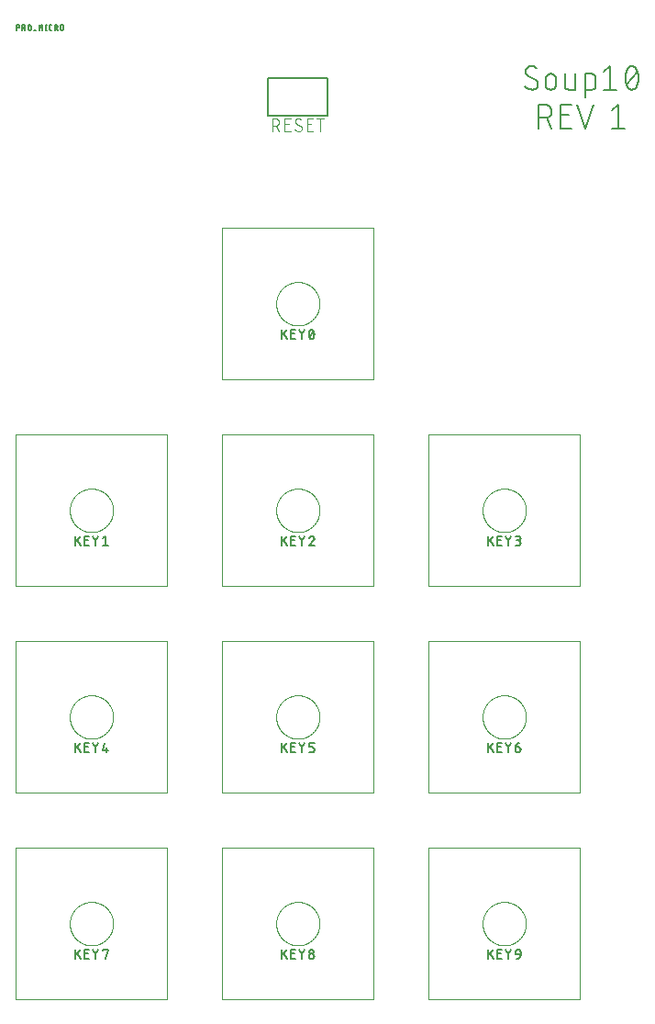
<source format=gbr>
G04 EAGLE Gerber RS-274X export*
G75*
%MOMM*%
%FSLAX34Y34*%
%LPD*%
%INSilkscreen Top*%
%IPPOS*%
%AMOC8*
5,1,8,0,0,1.08239X$1,22.5*%
G01*
%ADD10C,0.001000*%
%ADD11C,0.203200*%
%ADD12C,0.127000*%
%ADD13C,0.101600*%


D10*
X120504Y260497D02*
X260497Y260497D01*
X260497Y120502D01*
X120504Y120502D01*
X120504Y260497D01*
X69997Y260497D02*
X-69997Y260497D01*
X69997Y260497D02*
X69997Y120502D01*
X-69997Y120502D01*
X-69997Y260497D01*
X311003Y450997D02*
X450999Y450997D01*
X450999Y311002D01*
X311003Y311002D01*
X311003Y450997D01*
X260497Y450996D02*
X120504Y450996D01*
X260497Y450996D02*
X260497Y311002D01*
X120504Y311002D01*
X120504Y450996D01*
X69997Y450996D02*
X-69997Y450996D01*
X69997Y450996D02*
X69997Y311002D01*
X-69997Y311002D01*
X-69997Y450996D01*
X311003Y641496D02*
X450999Y641496D01*
X450999Y501502D01*
X311003Y501502D01*
X311003Y641496D01*
X260497Y641497D02*
X120504Y641497D01*
X260497Y641497D02*
X260497Y501504D01*
X120504Y501504D01*
X120504Y641497D01*
X69997Y641497D02*
X-69997Y641497D01*
X69997Y641497D02*
X69997Y501504D01*
X-69997Y501504D01*
X-69997Y641497D01*
X120503Y831997D02*
X260499Y831997D01*
X260499Y692004D01*
X120503Y692004D01*
X120503Y831997D01*
X450997Y260497D02*
X450997Y120504D01*
X311004Y120504D01*
X311004Y260497D01*
X450997Y260497D01*
X361000Y190500D02*
X361006Y190991D01*
X361024Y191481D01*
X361054Y191971D01*
X361096Y192460D01*
X361150Y192948D01*
X361216Y193435D01*
X361294Y193919D01*
X361384Y194402D01*
X361486Y194882D01*
X361599Y195360D01*
X361724Y195834D01*
X361861Y196306D01*
X362009Y196774D01*
X362169Y197238D01*
X362340Y197698D01*
X362522Y198154D01*
X362716Y198605D01*
X362920Y199051D01*
X363136Y199492D01*
X363362Y199928D01*
X363598Y200358D01*
X363845Y200782D01*
X364103Y201200D01*
X364371Y201611D01*
X364648Y202016D01*
X364936Y202414D01*
X365233Y202805D01*
X365540Y203188D01*
X365856Y203563D01*
X366181Y203931D01*
X366515Y204291D01*
X366858Y204642D01*
X367209Y204985D01*
X367569Y205319D01*
X367937Y205644D01*
X368312Y205960D01*
X368695Y206267D01*
X369086Y206564D01*
X369484Y206852D01*
X369889Y207129D01*
X370300Y207397D01*
X370718Y207655D01*
X371142Y207902D01*
X371572Y208138D01*
X372008Y208364D01*
X372449Y208580D01*
X372895Y208784D01*
X373346Y208978D01*
X373802Y209160D01*
X374262Y209331D01*
X374726Y209491D01*
X375194Y209639D01*
X375666Y209776D01*
X376140Y209901D01*
X376618Y210014D01*
X377098Y210116D01*
X377581Y210206D01*
X378065Y210284D01*
X378552Y210350D01*
X379040Y210404D01*
X379529Y210446D01*
X380019Y210476D01*
X380509Y210494D01*
X381000Y210500D01*
X381491Y210494D01*
X381981Y210476D01*
X382471Y210446D01*
X382960Y210404D01*
X383448Y210350D01*
X383935Y210284D01*
X384419Y210206D01*
X384902Y210116D01*
X385382Y210014D01*
X385860Y209901D01*
X386334Y209776D01*
X386806Y209639D01*
X387274Y209491D01*
X387738Y209331D01*
X388198Y209160D01*
X388654Y208978D01*
X389105Y208784D01*
X389551Y208580D01*
X389992Y208364D01*
X390428Y208138D01*
X390858Y207902D01*
X391282Y207655D01*
X391700Y207397D01*
X392111Y207129D01*
X392516Y206852D01*
X392914Y206564D01*
X393305Y206267D01*
X393688Y205960D01*
X394063Y205644D01*
X394431Y205319D01*
X394791Y204985D01*
X395142Y204642D01*
X395485Y204291D01*
X395819Y203931D01*
X396144Y203563D01*
X396460Y203188D01*
X396767Y202805D01*
X397064Y202414D01*
X397352Y202016D01*
X397629Y201611D01*
X397897Y201200D01*
X398155Y200782D01*
X398402Y200358D01*
X398638Y199928D01*
X398864Y199492D01*
X399080Y199051D01*
X399284Y198605D01*
X399478Y198154D01*
X399660Y197698D01*
X399831Y197238D01*
X399991Y196774D01*
X400139Y196306D01*
X400276Y195834D01*
X400401Y195360D01*
X400514Y194882D01*
X400616Y194402D01*
X400706Y193919D01*
X400784Y193435D01*
X400850Y192948D01*
X400904Y192460D01*
X400946Y191971D01*
X400976Y191481D01*
X400994Y190991D01*
X401000Y190500D01*
X400994Y190009D01*
X400976Y189519D01*
X400946Y189029D01*
X400904Y188540D01*
X400850Y188052D01*
X400784Y187565D01*
X400706Y187081D01*
X400616Y186598D01*
X400514Y186118D01*
X400401Y185640D01*
X400276Y185166D01*
X400139Y184694D01*
X399991Y184226D01*
X399831Y183762D01*
X399660Y183302D01*
X399478Y182846D01*
X399284Y182395D01*
X399080Y181949D01*
X398864Y181508D01*
X398638Y181072D01*
X398402Y180642D01*
X398155Y180218D01*
X397897Y179800D01*
X397629Y179389D01*
X397352Y178984D01*
X397064Y178586D01*
X396767Y178195D01*
X396460Y177812D01*
X396144Y177437D01*
X395819Y177069D01*
X395485Y176709D01*
X395142Y176358D01*
X394791Y176015D01*
X394431Y175681D01*
X394063Y175356D01*
X393688Y175040D01*
X393305Y174733D01*
X392914Y174436D01*
X392516Y174148D01*
X392111Y173871D01*
X391700Y173603D01*
X391282Y173345D01*
X390858Y173098D01*
X390428Y172862D01*
X389992Y172636D01*
X389551Y172420D01*
X389105Y172216D01*
X388654Y172022D01*
X388198Y171840D01*
X387738Y171669D01*
X387274Y171509D01*
X386806Y171361D01*
X386334Y171224D01*
X385860Y171099D01*
X385382Y170986D01*
X384902Y170884D01*
X384419Y170794D01*
X383935Y170716D01*
X383448Y170650D01*
X382960Y170596D01*
X382471Y170554D01*
X381981Y170524D01*
X381491Y170506D01*
X381000Y170500D01*
X380509Y170506D01*
X380019Y170524D01*
X379529Y170554D01*
X379040Y170596D01*
X378552Y170650D01*
X378065Y170716D01*
X377581Y170794D01*
X377098Y170884D01*
X376618Y170986D01*
X376140Y171099D01*
X375666Y171224D01*
X375194Y171361D01*
X374726Y171509D01*
X374262Y171669D01*
X373802Y171840D01*
X373346Y172022D01*
X372895Y172216D01*
X372449Y172420D01*
X372008Y172636D01*
X371572Y172862D01*
X371142Y173098D01*
X370718Y173345D01*
X370300Y173603D01*
X369889Y173871D01*
X369484Y174148D01*
X369086Y174436D01*
X368695Y174733D01*
X368312Y175040D01*
X367937Y175356D01*
X367569Y175681D01*
X367209Y176015D01*
X366858Y176358D01*
X366515Y176709D01*
X366181Y177069D01*
X365856Y177437D01*
X365540Y177812D01*
X365233Y178195D01*
X364936Y178586D01*
X364648Y178984D01*
X364371Y179389D01*
X364103Y179800D01*
X363845Y180218D01*
X363598Y180642D01*
X363362Y181072D01*
X363136Y181508D01*
X362920Y181949D01*
X362716Y182395D01*
X362522Y182846D01*
X362340Y183302D01*
X362169Y183762D01*
X362009Y184226D01*
X361861Y184694D01*
X361724Y185166D01*
X361599Y185640D01*
X361486Y186118D01*
X361384Y186598D01*
X361294Y187081D01*
X361216Y187565D01*
X361150Y188052D01*
X361096Y188540D01*
X361054Y189029D01*
X361024Y189519D01*
X361006Y190009D01*
X361000Y190500D01*
X170500Y762000D02*
X170506Y762491D01*
X170524Y762981D01*
X170554Y763471D01*
X170596Y763960D01*
X170650Y764448D01*
X170716Y764935D01*
X170794Y765419D01*
X170884Y765902D01*
X170986Y766382D01*
X171099Y766860D01*
X171224Y767334D01*
X171361Y767806D01*
X171509Y768274D01*
X171669Y768738D01*
X171840Y769198D01*
X172022Y769654D01*
X172216Y770105D01*
X172420Y770551D01*
X172636Y770992D01*
X172862Y771428D01*
X173098Y771858D01*
X173345Y772282D01*
X173603Y772700D01*
X173871Y773111D01*
X174148Y773516D01*
X174436Y773914D01*
X174733Y774305D01*
X175040Y774688D01*
X175356Y775063D01*
X175681Y775431D01*
X176015Y775791D01*
X176358Y776142D01*
X176709Y776485D01*
X177069Y776819D01*
X177437Y777144D01*
X177812Y777460D01*
X178195Y777767D01*
X178586Y778064D01*
X178984Y778352D01*
X179389Y778629D01*
X179800Y778897D01*
X180218Y779155D01*
X180642Y779402D01*
X181072Y779638D01*
X181508Y779864D01*
X181949Y780080D01*
X182395Y780284D01*
X182846Y780478D01*
X183302Y780660D01*
X183762Y780831D01*
X184226Y780991D01*
X184694Y781139D01*
X185166Y781276D01*
X185640Y781401D01*
X186118Y781514D01*
X186598Y781616D01*
X187081Y781706D01*
X187565Y781784D01*
X188052Y781850D01*
X188540Y781904D01*
X189029Y781946D01*
X189519Y781976D01*
X190009Y781994D01*
X190500Y782000D01*
X190991Y781994D01*
X191481Y781976D01*
X191971Y781946D01*
X192460Y781904D01*
X192948Y781850D01*
X193435Y781784D01*
X193919Y781706D01*
X194402Y781616D01*
X194882Y781514D01*
X195360Y781401D01*
X195834Y781276D01*
X196306Y781139D01*
X196774Y780991D01*
X197238Y780831D01*
X197698Y780660D01*
X198154Y780478D01*
X198605Y780284D01*
X199051Y780080D01*
X199492Y779864D01*
X199928Y779638D01*
X200358Y779402D01*
X200782Y779155D01*
X201200Y778897D01*
X201611Y778629D01*
X202016Y778352D01*
X202414Y778064D01*
X202805Y777767D01*
X203188Y777460D01*
X203563Y777144D01*
X203931Y776819D01*
X204291Y776485D01*
X204642Y776142D01*
X204985Y775791D01*
X205319Y775431D01*
X205644Y775063D01*
X205960Y774688D01*
X206267Y774305D01*
X206564Y773914D01*
X206852Y773516D01*
X207129Y773111D01*
X207397Y772700D01*
X207655Y772282D01*
X207902Y771858D01*
X208138Y771428D01*
X208364Y770992D01*
X208580Y770551D01*
X208784Y770105D01*
X208978Y769654D01*
X209160Y769198D01*
X209331Y768738D01*
X209491Y768274D01*
X209639Y767806D01*
X209776Y767334D01*
X209901Y766860D01*
X210014Y766382D01*
X210116Y765902D01*
X210206Y765419D01*
X210284Y764935D01*
X210350Y764448D01*
X210404Y763960D01*
X210446Y763471D01*
X210476Y762981D01*
X210494Y762491D01*
X210500Y762000D01*
X210494Y761509D01*
X210476Y761019D01*
X210446Y760529D01*
X210404Y760040D01*
X210350Y759552D01*
X210284Y759065D01*
X210206Y758581D01*
X210116Y758098D01*
X210014Y757618D01*
X209901Y757140D01*
X209776Y756666D01*
X209639Y756194D01*
X209491Y755726D01*
X209331Y755262D01*
X209160Y754802D01*
X208978Y754346D01*
X208784Y753895D01*
X208580Y753449D01*
X208364Y753008D01*
X208138Y752572D01*
X207902Y752142D01*
X207655Y751718D01*
X207397Y751300D01*
X207129Y750889D01*
X206852Y750484D01*
X206564Y750086D01*
X206267Y749695D01*
X205960Y749312D01*
X205644Y748937D01*
X205319Y748569D01*
X204985Y748209D01*
X204642Y747858D01*
X204291Y747515D01*
X203931Y747181D01*
X203563Y746856D01*
X203188Y746540D01*
X202805Y746233D01*
X202414Y745936D01*
X202016Y745648D01*
X201611Y745371D01*
X201200Y745103D01*
X200782Y744845D01*
X200358Y744598D01*
X199928Y744362D01*
X199492Y744136D01*
X199051Y743920D01*
X198605Y743716D01*
X198154Y743522D01*
X197698Y743340D01*
X197238Y743169D01*
X196774Y743009D01*
X196306Y742861D01*
X195834Y742724D01*
X195360Y742599D01*
X194882Y742486D01*
X194402Y742384D01*
X193919Y742294D01*
X193435Y742216D01*
X192948Y742150D01*
X192460Y742096D01*
X191971Y742054D01*
X191481Y742024D01*
X190991Y742006D01*
X190500Y742000D01*
X190009Y742006D01*
X189519Y742024D01*
X189029Y742054D01*
X188540Y742096D01*
X188052Y742150D01*
X187565Y742216D01*
X187081Y742294D01*
X186598Y742384D01*
X186118Y742486D01*
X185640Y742599D01*
X185166Y742724D01*
X184694Y742861D01*
X184226Y743009D01*
X183762Y743169D01*
X183302Y743340D01*
X182846Y743522D01*
X182395Y743716D01*
X181949Y743920D01*
X181508Y744136D01*
X181072Y744362D01*
X180642Y744598D01*
X180218Y744845D01*
X179800Y745103D01*
X179389Y745371D01*
X178984Y745648D01*
X178586Y745936D01*
X178195Y746233D01*
X177812Y746540D01*
X177437Y746856D01*
X177069Y747181D01*
X176709Y747515D01*
X176358Y747858D01*
X176015Y748209D01*
X175681Y748569D01*
X175356Y748937D01*
X175040Y749312D01*
X174733Y749695D01*
X174436Y750086D01*
X174148Y750484D01*
X173871Y750889D01*
X173603Y751300D01*
X173345Y751718D01*
X173098Y752142D01*
X172862Y752572D01*
X172636Y753008D01*
X172420Y753449D01*
X172216Y753895D01*
X172022Y754346D01*
X171840Y754802D01*
X171669Y755262D01*
X171509Y755726D01*
X171361Y756194D01*
X171224Y756666D01*
X171099Y757140D01*
X170986Y757618D01*
X170884Y758098D01*
X170794Y758581D01*
X170716Y759065D01*
X170650Y759552D01*
X170596Y760040D01*
X170554Y760529D01*
X170524Y761019D01*
X170506Y761509D01*
X170500Y762000D01*
X-20000Y571500D02*
X-19994Y571991D01*
X-19976Y572481D01*
X-19946Y572971D01*
X-19904Y573460D01*
X-19850Y573948D01*
X-19784Y574435D01*
X-19706Y574919D01*
X-19616Y575402D01*
X-19514Y575882D01*
X-19401Y576360D01*
X-19276Y576834D01*
X-19139Y577306D01*
X-18991Y577774D01*
X-18831Y578238D01*
X-18660Y578698D01*
X-18478Y579154D01*
X-18284Y579605D01*
X-18080Y580051D01*
X-17864Y580492D01*
X-17638Y580928D01*
X-17402Y581358D01*
X-17155Y581782D01*
X-16897Y582200D01*
X-16629Y582611D01*
X-16352Y583016D01*
X-16064Y583414D01*
X-15767Y583805D01*
X-15460Y584188D01*
X-15144Y584563D01*
X-14819Y584931D01*
X-14485Y585291D01*
X-14142Y585642D01*
X-13791Y585985D01*
X-13431Y586319D01*
X-13063Y586644D01*
X-12688Y586960D01*
X-12305Y587267D01*
X-11914Y587564D01*
X-11516Y587852D01*
X-11111Y588129D01*
X-10700Y588397D01*
X-10282Y588655D01*
X-9858Y588902D01*
X-9428Y589138D01*
X-8992Y589364D01*
X-8551Y589580D01*
X-8105Y589784D01*
X-7654Y589978D01*
X-7198Y590160D01*
X-6738Y590331D01*
X-6274Y590491D01*
X-5806Y590639D01*
X-5334Y590776D01*
X-4860Y590901D01*
X-4382Y591014D01*
X-3902Y591116D01*
X-3419Y591206D01*
X-2935Y591284D01*
X-2448Y591350D01*
X-1960Y591404D01*
X-1471Y591446D01*
X-981Y591476D01*
X-491Y591494D01*
X0Y591500D01*
X491Y591494D01*
X981Y591476D01*
X1471Y591446D01*
X1960Y591404D01*
X2448Y591350D01*
X2935Y591284D01*
X3419Y591206D01*
X3902Y591116D01*
X4382Y591014D01*
X4860Y590901D01*
X5334Y590776D01*
X5806Y590639D01*
X6274Y590491D01*
X6738Y590331D01*
X7198Y590160D01*
X7654Y589978D01*
X8105Y589784D01*
X8551Y589580D01*
X8992Y589364D01*
X9428Y589138D01*
X9858Y588902D01*
X10282Y588655D01*
X10700Y588397D01*
X11111Y588129D01*
X11516Y587852D01*
X11914Y587564D01*
X12305Y587267D01*
X12688Y586960D01*
X13063Y586644D01*
X13431Y586319D01*
X13791Y585985D01*
X14142Y585642D01*
X14485Y585291D01*
X14819Y584931D01*
X15144Y584563D01*
X15460Y584188D01*
X15767Y583805D01*
X16064Y583414D01*
X16352Y583016D01*
X16629Y582611D01*
X16897Y582200D01*
X17155Y581782D01*
X17402Y581358D01*
X17638Y580928D01*
X17864Y580492D01*
X18080Y580051D01*
X18284Y579605D01*
X18478Y579154D01*
X18660Y578698D01*
X18831Y578238D01*
X18991Y577774D01*
X19139Y577306D01*
X19276Y576834D01*
X19401Y576360D01*
X19514Y575882D01*
X19616Y575402D01*
X19706Y574919D01*
X19784Y574435D01*
X19850Y573948D01*
X19904Y573460D01*
X19946Y572971D01*
X19976Y572481D01*
X19994Y571991D01*
X20000Y571500D01*
X19994Y571009D01*
X19976Y570519D01*
X19946Y570029D01*
X19904Y569540D01*
X19850Y569052D01*
X19784Y568565D01*
X19706Y568081D01*
X19616Y567598D01*
X19514Y567118D01*
X19401Y566640D01*
X19276Y566166D01*
X19139Y565694D01*
X18991Y565226D01*
X18831Y564762D01*
X18660Y564302D01*
X18478Y563846D01*
X18284Y563395D01*
X18080Y562949D01*
X17864Y562508D01*
X17638Y562072D01*
X17402Y561642D01*
X17155Y561218D01*
X16897Y560800D01*
X16629Y560389D01*
X16352Y559984D01*
X16064Y559586D01*
X15767Y559195D01*
X15460Y558812D01*
X15144Y558437D01*
X14819Y558069D01*
X14485Y557709D01*
X14142Y557358D01*
X13791Y557015D01*
X13431Y556681D01*
X13063Y556356D01*
X12688Y556040D01*
X12305Y555733D01*
X11914Y555436D01*
X11516Y555148D01*
X11111Y554871D01*
X10700Y554603D01*
X10282Y554345D01*
X9858Y554098D01*
X9428Y553862D01*
X8992Y553636D01*
X8551Y553420D01*
X8105Y553216D01*
X7654Y553022D01*
X7198Y552840D01*
X6738Y552669D01*
X6274Y552509D01*
X5806Y552361D01*
X5334Y552224D01*
X4860Y552099D01*
X4382Y551986D01*
X3902Y551884D01*
X3419Y551794D01*
X2935Y551716D01*
X2448Y551650D01*
X1960Y551596D01*
X1471Y551554D01*
X981Y551524D01*
X491Y551506D01*
X0Y551500D01*
X-491Y551506D01*
X-981Y551524D01*
X-1471Y551554D01*
X-1960Y551596D01*
X-2448Y551650D01*
X-2935Y551716D01*
X-3419Y551794D01*
X-3902Y551884D01*
X-4382Y551986D01*
X-4860Y552099D01*
X-5334Y552224D01*
X-5806Y552361D01*
X-6274Y552509D01*
X-6738Y552669D01*
X-7198Y552840D01*
X-7654Y553022D01*
X-8105Y553216D01*
X-8551Y553420D01*
X-8992Y553636D01*
X-9428Y553862D01*
X-9858Y554098D01*
X-10282Y554345D01*
X-10700Y554603D01*
X-11111Y554871D01*
X-11516Y555148D01*
X-11914Y555436D01*
X-12305Y555733D01*
X-12688Y556040D01*
X-13063Y556356D01*
X-13431Y556681D01*
X-13791Y557015D01*
X-14142Y557358D01*
X-14485Y557709D01*
X-14819Y558069D01*
X-15144Y558437D01*
X-15460Y558812D01*
X-15767Y559195D01*
X-16064Y559586D01*
X-16352Y559984D01*
X-16629Y560389D01*
X-16897Y560800D01*
X-17155Y561218D01*
X-17402Y561642D01*
X-17638Y562072D01*
X-17864Y562508D01*
X-18080Y562949D01*
X-18284Y563395D01*
X-18478Y563846D01*
X-18660Y564302D01*
X-18831Y564762D01*
X-18991Y565226D01*
X-19139Y565694D01*
X-19276Y566166D01*
X-19401Y566640D01*
X-19514Y567118D01*
X-19616Y567598D01*
X-19706Y568081D01*
X-19784Y568565D01*
X-19850Y569052D01*
X-19904Y569540D01*
X-19946Y570029D01*
X-19976Y570519D01*
X-19994Y571009D01*
X-20000Y571500D01*
X170500Y571500D02*
X170506Y571991D01*
X170524Y572481D01*
X170554Y572971D01*
X170596Y573460D01*
X170650Y573948D01*
X170716Y574435D01*
X170794Y574919D01*
X170884Y575402D01*
X170986Y575882D01*
X171099Y576360D01*
X171224Y576834D01*
X171361Y577306D01*
X171509Y577774D01*
X171669Y578238D01*
X171840Y578698D01*
X172022Y579154D01*
X172216Y579605D01*
X172420Y580051D01*
X172636Y580492D01*
X172862Y580928D01*
X173098Y581358D01*
X173345Y581782D01*
X173603Y582200D01*
X173871Y582611D01*
X174148Y583016D01*
X174436Y583414D01*
X174733Y583805D01*
X175040Y584188D01*
X175356Y584563D01*
X175681Y584931D01*
X176015Y585291D01*
X176358Y585642D01*
X176709Y585985D01*
X177069Y586319D01*
X177437Y586644D01*
X177812Y586960D01*
X178195Y587267D01*
X178586Y587564D01*
X178984Y587852D01*
X179389Y588129D01*
X179800Y588397D01*
X180218Y588655D01*
X180642Y588902D01*
X181072Y589138D01*
X181508Y589364D01*
X181949Y589580D01*
X182395Y589784D01*
X182846Y589978D01*
X183302Y590160D01*
X183762Y590331D01*
X184226Y590491D01*
X184694Y590639D01*
X185166Y590776D01*
X185640Y590901D01*
X186118Y591014D01*
X186598Y591116D01*
X187081Y591206D01*
X187565Y591284D01*
X188052Y591350D01*
X188540Y591404D01*
X189029Y591446D01*
X189519Y591476D01*
X190009Y591494D01*
X190500Y591500D01*
X190991Y591494D01*
X191481Y591476D01*
X191971Y591446D01*
X192460Y591404D01*
X192948Y591350D01*
X193435Y591284D01*
X193919Y591206D01*
X194402Y591116D01*
X194882Y591014D01*
X195360Y590901D01*
X195834Y590776D01*
X196306Y590639D01*
X196774Y590491D01*
X197238Y590331D01*
X197698Y590160D01*
X198154Y589978D01*
X198605Y589784D01*
X199051Y589580D01*
X199492Y589364D01*
X199928Y589138D01*
X200358Y588902D01*
X200782Y588655D01*
X201200Y588397D01*
X201611Y588129D01*
X202016Y587852D01*
X202414Y587564D01*
X202805Y587267D01*
X203188Y586960D01*
X203563Y586644D01*
X203931Y586319D01*
X204291Y585985D01*
X204642Y585642D01*
X204985Y585291D01*
X205319Y584931D01*
X205644Y584563D01*
X205960Y584188D01*
X206267Y583805D01*
X206564Y583414D01*
X206852Y583016D01*
X207129Y582611D01*
X207397Y582200D01*
X207655Y581782D01*
X207902Y581358D01*
X208138Y580928D01*
X208364Y580492D01*
X208580Y580051D01*
X208784Y579605D01*
X208978Y579154D01*
X209160Y578698D01*
X209331Y578238D01*
X209491Y577774D01*
X209639Y577306D01*
X209776Y576834D01*
X209901Y576360D01*
X210014Y575882D01*
X210116Y575402D01*
X210206Y574919D01*
X210284Y574435D01*
X210350Y573948D01*
X210404Y573460D01*
X210446Y572971D01*
X210476Y572481D01*
X210494Y571991D01*
X210500Y571500D01*
X210494Y571009D01*
X210476Y570519D01*
X210446Y570029D01*
X210404Y569540D01*
X210350Y569052D01*
X210284Y568565D01*
X210206Y568081D01*
X210116Y567598D01*
X210014Y567118D01*
X209901Y566640D01*
X209776Y566166D01*
X209639Y565694D01*
X209491Y565226D01*
X209331Y564762D01*
X209160Y564302D01*
X208978Y563846D01*
X208784Y563395D01*
X208580Y562949D01*
X208364Y562508D01*
X208138Y562072D01*
X207902Y561642D01*
X207655Y561218D01*
X207397Y560800D01*
X207129Y560389D01*
X206852Y559984D01*
X206564Y559586D01*
X206267Y559195D01*
X205960Y558812D01*
X205644Y558437D01*
X205319Y558069D01*
X204985Y557709D01*
X204642Y557358D01*
X204291Y557015D01*
X203931Y556681D01*
X203563Y556356D01*
X203188Y556040D01*
X202805Y555733D01*
X202414Y555436D01*
X202016Y555148D01*
X201611Y554871D01*
X201200Y554603D01*
X200782Y554345D01*
X200358Y554098D01*
X199928Y553862D01*
X199492Y553636D01*
X199051Y553420D01*
X198605Y553216D01*
X198154Y553022D01*
X197698Y552840D01*
X197238Y552669D01*
X196774Y552509D01*
X196306Y552361D01*
X195834Y552224D01*
X195360Y552099D01*
X194882Y551986D01*
X194402Y551884D01*
X193919Y551794D01*
X193435Y551716D01*
X192948Y551650D01*
X192460Y551596D01*
X191971Y551554D01*
X191481Y551524D01*
X190991Y551506D01*
X190500Y551500D01*
X190009Y551506D01*
X189519Y551524D01*
X189029Y551554D01*
X188540Y551596D01*
X188052Y551650D01*
X187565Y551716D01*
X187081Y551794D01*
X186598Y551884D01*
X186118Y551986D01*
X185640Y552099D01*
X185166Y552224D01*
X184694Y552361D01*
X184226Y552509D01*
X183762Y552669D01*
X183302Y552840D01*
X182846Y553022D01*
X182395Y553216D01*
X181949Y553420D01*
X181508Y553636D01*
X181072Y553862D01*
X180642Y554098D01*
X180218Y554345D01*
X179800Y554603D01*
X179389Y554871D01*
X178984Y555148D01*
X178586Y555436D01*
X178195Y555733D01*
X177812Y556040D01*
X177437Y556356D01*
X177069Y556681D01*
X176709Y557015D01*
X176358Y557358D01*
X176015Y557709D01*
X175681Y558069D01*
X175356Y558437D01*
X175040Y558812D01*
X174733Y559195D01*
X174436Y559586D01*
X174148Y559984D01*
X173871Y560389D01*
X173603Y560800D01*
X173345Y561218D01*
X173098Y561642D01*
X172862Y562072D01*
X172636Y562508D01*
X172420Y562949D01*
X172216Y563395D01*
X172022Y563846D01*
X171840Y564302D01*
X171669Y564762D01*
X171509Y565226D01*
X171361Y565694D01*
X171224Y566166D01*
X171099Y566640D01*
X170986Y567118D01*
X170884Y567598D01*
X170794Y568081D01*
X170716Y568565D01*
X170650Y569052D01*
X170596Y569540D01*
X170554Y570029D01*
X170524Y570519D01*
X170506Y571009D01*
X170500Y571500D01*
X170500Y380998D02*
X170506Y381489D01*
X170524Y381979D01*
X170554Y382469D01*
X170596Y382958D01*
X170650Y383446D01*
X170716Y383933D01*
X170794Y384417D01*
X170884Y384900D01*
X170986Y385380D01*
X171099Y385858D01*
X171224Y386332D01*
X171361Y386804D01*
X171509Y387272D01*
X171669Y387736D01*
X171840Y388196D01*
X172022Y388652D01*
X172216Y389103D01*
X172420Y389549D01*
X172636Y389990D01*
X172862Y390426D01*
X173098Y390856D01*
X173345Y391280D01*
X173603Y391698D01*
X173871Y392109D01*
X174148Y392514D01*
X174436Y392912D01*
X174733Y393303D01*
X175040Y393686D01*
X175356Y394061D01*
X175681Y394429D01*
X176015Y394789D01*
X176358Y395140D01*
X176709Y395483D01*
X177069Y395817D01*
X177437Y396142D01*
X177812Y396458D01*
X178195Y396765D01*
X178586Y397062D01*
X178984Y397350D01*
X179389Y397627D01*
X179800Y397895D01*
X180218Y398153D01*
X180642Y398400D01*
X181072Y398636D01*
X181508Y398862D01*
X181949Y399078D01*
X182395Y399282D01*
X182846Y399476D01*
X183302Y399658D01*
X183762Y399829D01*
X184226Y399989D01*
X184694Y400137D01*
X185166Y400274D01*
X185640Y400399D01*
X186118Y400512D01*
X186598Y400614D01*
X187081Y400704D01*
X187565Y400782D01*
X188052Y400848D01*
X188540Y400902D01*
X189029Y400944D01*
X189519Y400974D01*
X190009Y400992D01*
X190500Y400998D01*
X190991Y400992D01*
X191481Y400974D01*
X191971Y400944D01*
X192460Y400902D01*
X192948Y400848D01*
X193435Y400782D01*
X193919Y400704D01*
X194402Y400614D01*
X194882Y400512D01*
X195360Y400399D01*
X195834Y400274D01*
X196306Y400137D01*
X196774Y399989D01*
X197238Y399829D01*
X197698Y399658D01*
X198154Y399476D01*
X198605Y399282D01*
X199051Y399078D01*
X199492Y398862D01*
X199928Y398636D01*
X200358Y398400D01*
X200782Y398153D01*
X201200Y397895D01*
X201611Y397627D01*
X202016Y397350D01*
X202414Y397062D01*
X202805Y396765D01*
X203188Y396458D01*
X203563Y396142D01*
X203931Y395817D01*
X204291Y395483D01*
X204642Y395140D01*
X204985Y394789D01*
X205319Y394429D01*
X205644Y394061D01*
X205960Y393686D01*
X206267Y393303D01*
X206564Y392912D01*
X206852Y392514D01*
X207129Y392109D01*
X207397Y391698D01*
X207655Y391280D01*
X207902Y390856D01*
X208138Y390426D01*
X208364Y389990D01*
X208580Y389549D01*
X208784Y389103D01*
X208978Y388652D01*
X209160Y388196D01*
X209331Y387736D01*
X209491Y387272D01*
X209639Y386804D01*
X209776Y386332D01*
X209901Y385858D01*
X210014Y385380D01*
X210116Y384900D01*
X210206Y384417D01*
X210284Y383933D01*
X210350Y383446D01*
X210404Y382958D01*
X210446Y382469D01*
X210476Y381979D01*
X210494Y381489D01*
X210500Y380998D01*
X210494Y380507D01*
X210476Y380017D01*
X210446Y379527D01*
X210404Y379038D01*
X210350Y378550D01*
X210284Y378063D01*
X210206Y377579D01*
X210116Y377096D01*
X210014Y376616D01*
X209901Y376138D01*
X209776Y375664D01*
X209639Y375192D01*
X209491Y374724D01*
X209331Y374260D01*
X209160Y373800D01*
X208978Y373344D01*
X208784Y372893D01*
X208580Y372447D01*
X208364Y372006D01*
X208138Y371570D01*
X207902Y371140D01*
X207655Y370716D01*
X207397Y370298D01*
X207129Y369887D01*
X206852Y369482D01*
X206564Y369084D01*
X206267Y368693D01*
X205960Y368310D01*
X205644Y367935D01*
X205319Y367567D01*
X204985Y367207D01*
X204642Y366856D01*
X204291Y366513D01*
X203931Y366179D01*
X203563Y365854D01*
X203188Y365538D01*
X202805Y365231D01*
X202414Y364934D01*
X202016Y364646D01*
X201611Y364369D01*
X201200Y364101D01*
X200782Y363843D01*
X200358Y363596D01*
X199928Y363360D01*
X199492Y363134D01*
X199051Y362918D01*
X198605Y362714D01*
X198154Y362520D01*
X197698Y362338D01*
X197238Y362167D01*
X196774Y362007D01*
X196306Y361859D01*
X195834Y361722D01*
X195360Y361597D01*
X194882Y361484D01*
X194402Y361382D01*
X193919Y361292D01*
X193435Y361214D01*
X192948Y361148D01*
X192460Y361094D01*
X191971Y361052D01*
X191481Y361022D01*
X190991Y361004D01*
X190500Y360998D01*
X190009Y361004D01*
X189519Y361022D01*
X189029Y361052D01*
X188540Y361094D01*
X188052Y361148D01*
X187565Y361214D01*
X187081Y361292D01*
X186598Y361382D01*
X186118Y361484D01*
X185640Y361597D01*
X185166Y361722D01*
X184694Y361859D01*
X184226Y362007D01*
X183762Y362167D01*
X183302Y362338D01*
X182846Y362520D01*
X182395Y362714D01*
X181949Y362918D01*
X181508Y363134D01*
X181072Y363360D01*
X180642Y363596D01*
X180218Y363843D01*
X179800Y364101D01*
X179389Y364369D01*
X178984Y364646D01*
X178586Y364934D01*
X178195Y365231D01*
X177812Y365538D01*
X177437Y365854D01*
X177069Y366179D01*
X176709Y366513D01*
X176358Y366856D01*
X176015Y367207D01*
X175681Y367567D01*
X175356Y367935D01*
X175040Y368310D01*
X174733Y368693D01*
X174436Y369084D01*
X174148Y369482D01*
X173871Y369887D01*
X173603Y370298D01*
X173345Y370716D01*
X173098Y371140D01*
X172862Y371570D01*
X172636Y372006D01*
X172420Y372447D01*
X172216Y372893D01*
X172022Y373344D01*
X171840Y373800D01*
X171669Y374260D01*
X171509Y374724D01*
X171361Y375192D01*
X171224Y375664D01*
X171099Y376138D01*
X170986Y376616D01*
X170884Y377096D01*
X170794Y377579D01*
X170716Y378063D01*
X170650Y378550D01*
X170596Y379038D01*
X170554Y379527D01*
X170524Y380017D01*
X170506Y380507D01*
X170500Y380998D01*
X-20000Y380998D02*
X-19994Y381489D01*
X-19976Y381979D01*
X-19946Y382469D01*
X-19904Y382958D01*
X-19850Y383446D01*
X-19784Y383933D01*
X-19706Y384417D01*
X-19616Y384900D01*
X-19514Y385380D01*
X-19401Y385858D01*
X-19276Y386332D01*
X-19139Y386804D01*
X-18991Y387272D01*
X-18831Y387736D01*
X-18660Y388196D01*
X-18478Y388652D01*
X-18284Y389103D01*
X-18080Y389549D01*
X-17864Y389990D01*
X-17638Y390426D01*
X-17402Y390856D01*
X-17155Y391280D01*
X-16897Y391698D01*
X-16629Y392109D01*
X-16352Y392514D01*
X-16064Y392912D01*
X-15767Y393303D01*
X-15460Y393686D01*
X-15144Y394061D01*
X-14819Y394429D01*
X-14485Y394789D01*
X-14142Y395140D01*
X-13791Y395483D01*
X-13431Y395817D01*
X-13063Y396142D01*
X-12688Y396458D01*
X-12305Y396765D01*
X-11914Y397062D01*
X-11516Y397350D01*
X-11111Y397627D01*
X-10700Y397895D01*
X-10282Y398153D01*
X-9858Y398400D01*
X-9428Y398636D01*
X-8992Y398862D01*
X-8551Y399078D01*
X-8105Y399282D01*
X-7654Y399476D01*
X-7198Y399658D01*
X-6738Y399829D01*
X-6274Y399989D01*
X-5806Y400137D01*
X-5334Y400274D01*
X-4860Y400399D01*
X-4382Y400512D01*
X-3902Y400614D01*
X-3419Y400704D01*
X-2935Y400782D01*
X-2448Y400848D01*
X-1960Y400902D01*
X-1471Y400944D01*
X-981Y400974D01*
X-491Y400992D01*
X0Y400998D01*
X491Y400992D01*
X981Y400974D01*
X1471Y400944D01*
X1960Y400902D01*
X2448Y400848D01*
X2935Y400782D01*
X3419Y400704D01*
X3902Y400614D01*
X4382Y400512D01*
X4860Y400399D01*
X5334Y400274D01*
X5806Y400137D01*
X6274Y399989D01*
X6738Y399829D01*
X7198Y399658D01*
X7654Y399476D01*
X8105Y399282D01*
X8551Y399078D01*
X8992Y398862D01*
X9428Y398636D01*
X9858Y398400D01*
X10282Y398153D01*
X10700Y397895D01*
X11111Y397627D01*
X11516Y397350D01*
X11914Y397062D01*
X12305Y396765D01*
X12688Y396458D01*
X13063Y396142D01*
X13431Y395817D01*
X13791Y395483D01*
X14142Y395140D01*
X14485Y394789D01*
X14819Y394429D01*
X15144Y394061D01*
X15460Y393686D01*
X15767Y393303D01*
X16064Y392912D01*
X16352Y392514D01*
X16629Y392109D01*
X16897Y391698D01*
X17155Y391280D01*
X17402Y390856D01*
X17638Y390426D01*
X17864Y389990D01*
X18080Y389549D01*
X18284Y389103D01*
X18478Y388652D01*
X18660Y388196D01*
X18831Y387736D01*
X18991Y387272D01*
X19139Y386804D01*
X19276Y386332D01*
X19401Y385858D01*
X19514Y385380D01*
X19616Y384900D01*
X19706Y384417D01*
X19784Y383933D01*
X19850Y383446D01*
X19904Y382958D01*
X19946Y382469D01*
X19976Y381979D01*
X19994Y381489D01*
X20000Y380998D01*
X19994Y380507D01*
X19976Y380017D01*
X19946Y379527D01*
X19904Y379038D01*
X19850Y378550D01*
X19784Y378063D01*
X19706Y377579D01*
X19616Y377096D01*
X19514Y376616D01*
X19401Y376138D01*
X19276Y375664D01*
X19139Y375192D01*
X18991Y374724D01*
X18831Y374260D01*
X18660Y373800D01*
X18478Y373344D01*
X18284Y372893D01*
X18080Y372447D01*
X17864Y372006D01*
X17638Y371570D01*
X17402Y371140D01*
X17155Y370716D01*
X16897Y370298D01*
X16629Y369887D01*
X16352Y369482D01*
X16064Y369084D01*
X15767Y368693D01*
X15460Y368310D01*
X15144Y367935D01*
X14819Y367567D01*
X14485Y367207D01*
X14142Y366856D01*
X13791Y366513D01*
X13431Y366179D01*
X13063Y365854D01*
X12688Y365538D01*
X12305Y365231D01*
X11914Y364934D01*
X11516Y364646D01*
X11111Y364369D01*
X10700Y364101D01*
X10282Y363843D01*
X9858Y363596D01*
X9428Y363360D01*
X8992Y363134D01*
X8551Y362918D01*
X8105Y362714D01*
X7654Y362520D01*
X7198Y362338D01*
X6738Y362167D01*
X6274Y362007D01*
X5806Y361859D01*
X5334Y361722D01*
X4860Y361597D01*
X4382Y361484D01*
X3902Y361382D01*
X3419Y361292D01*
X2935Y361214D01*
X2448Y361148D01*
X1960Y361094D01*
X1471Y361052D01*
X981Y361022D01*
X491Y361004D01*
X0Y360998D01*
X-491Y361004D01*
X-981Y361022D01*
X-1471Y361052D01*
X-1960Y361094D01*
X-2448Y361148D01*
X-2935Y361214D01*
X-3419Y361292D01*
X-3902Y361382D01*
X-4382Y361484D01*
X-4860Y361597D01*
X-5334Y361722D01*
X-5806Y361859D01*
X-6274Y362007D01*
X-6738Y362167D01*
X-7198Y362338D01*
X-7654Y362520D01*
X-8105Y362714D01*
X-8551Y362918D01*
X-8992Y363134D01*
X-9428Y363360D01*
X-9858Y363596D01*
X-10282Y363843D01*
X-10700Y364101D01*
X-11111Y364369D01*
X-11516Y364646D01*
X-11914Y364934D01*
X-12305Y365231D01*
X-12688Y365538D01*
X-13063Y365854D01*
X-13431Y366179D01*
X-13791Y366513D01*
X-14142Y366856D01*
X-14485Y367207D01*
X-14819Y367567D01*
X-15144Y367935D01*
X-15460Y368310D01*
X-15767Y368693D01*
X-16064Y369084D01*
X-16352Y369482D01*
X-16629Y369887D01*
X-16897Y370298D01*
X-17155Y370716D01*
X-17402Y371140D01*
X-17638Y371570D01*
X-17864Y372006D01*
X-18080Y372447D01*
X-18284Y372893D01*
X-18478Y373344D01*
X-18660Y373800D01*
X-18831Y374260D01*
X-18991Y374724D01*
X-19139Y375192D01*
X-19276Y375664D01*
X-19401Y376138D01*
X-19514Y376616D01*
X-19616Y377096D01*
X-19706Y377579D01*
X-19784Y378063D01*
X-19850Y378550D01*
X-19904Y379038D01*
X-19946Y379527D01*
X-19976Y380017D01*
X-19994Y380507D01*
X-20000Y380998D01*
X361000Y571498D02*
X361006Y571989D01*
X361024Y572479D01*
X361054Y572969D01*
X361096Y573458D01*
X361150Y573946D01*
X361216Y574433D01*
X361294Y574917D01*
X361384Y575400D01*
X361486Y575880D01*
X361599Y576358D01*
X361724Y576832D01*
X361861Y577304D01*
X362009Y577772D01*
X362169Y578236D01*
X362340Y578696D01*
X362522Y579152D01*
X362716Y579603D01*
X362920Y580049D01*
X363136Y580490D01*
X363362Y580926D01*
X363598Y581356D01*
X363845Y581780D01*
X364103Y582198D01*
X364371Y582609D01*
X364648Y583014D01*
X364936Y583412D01*
X365233Y583803D01*
X365540Y584186D01*
X365856Y584561D01*
X366181Y584929D01*
X366515Y585289D01*
X366858Y585640D01*
X367209Y585983D01*
X367569Y586317D01*
X367937Y586642D01*
X368312Y586958D01*
X368695Y587265D01*
X369086Y587562D01*
X369484Y587850D01*
X369889Y588127D01*
X370300Y588395D01*
X370718Y588653D01*
X371142Y588900D01*
X371572Y589136D01*
X372008Y589362D01*
X372449Y589578D01*
X372895Y589782D01*
X373346Y589976D01*
X373802Y590158D01*
X374262Y590329D01*
X374726Y590489D01*
X375194Y590637D01*
X375666Y590774D01*
X376140Y590899D01*
X376618Y591012D01*
X377098Y591114D01*
X377581Y591204D01*
X378065Y591282D01*
X378552Y591348D01*
X379040Y591402D01*
X379529Y591444D01*
X380019Y591474D01*
X380509Y591492D01*
X381000Y591498D01*
X381491Y591492D01*
X381981Y591474D01*
X382471Y591444D01*
X382960Y591402D01*
X383448Y591348D01*
X383935Y591282D01*
X384419Y591204D01*
X384902Y591114D01*
X385382Y591012D01*
X385860Y590899D01*
X386334Y590774D01*
X386806Y590637D01*
X387274Y590489D01*
X387738Y590329D01*
X388198Y590158D01*
X388654Y589976D01*
X389105Y589782D01*
X389551Y589578D01*
X389992Y589362D01*
X390428Y589136D01*
X390858Y588900D01*
X391282Y588653D01*
X391700Y588395D01*
X392111Y588127D01*
X392516Y587850D01*
X392914Y587562D01*
X393305Y587265D01*
X393688Y586958D01*
X394063Y586642D01*
X394431Y586317D01*
X394791Y585983D01*
X395142Y585640D01*
X395485Y585289D01*
X395819Y584929D01*
X396144Y584561D01*
X396460Y584186D01*
X396767Y583803D01*
X397064Y583412D01*
X397352Y583014D01*
X397629Y582609D01*
X397897Y582198D01*
X398155Y581780D01*
X398402Y581356D01*
X398638Y580926D01*
X398864Y580490D01*
X399080Y580049D01*
X399284Y579603D01*
X399478Y579152D01*
X399660Y578696D01*
X399831Y578236D01*
X399991Y577772D01*
X400139Y577304D01*
X400276Y576832D01*
X400401Y576358D01*
X400514Y575880D01*
X400616Y575400D01*
X400706Y574917D01*
X400784Y574433D01*
X400850Y573946D01*
X400904Y573458D01*
X400946Y572969D01*
X400976Y572479D01*
X400994Y571989D01*
X401000Y571498D01*
X400994Y571007D01*
X400976Y570517D01*
X400946Y570027D01*
X400904Y569538D01*
X400850Y569050D01*
X400784Y568563D01*
X400706Y568079D01*
X400616Y567596D01*
X400514Y567116D01*
X400401Y566638D01*
X400276Y566164D01*
X400139Y565692D01*
X399991Y565224D01*
X399831Y564760D01*
X399660Y564300D01*
X399478Y563844D01*
X399284Y563393D01*
X399080Y562947D01*
X398864Y562506D01*
X398638Y562070D01*
X398402Y561640D01*
X398155Y561216D01*
X397897Y560798D01*
X397629Y560387D01*
X397352Y559982D01*
X397064Y559584D01*
X396767Y559193D01*
X396460Y558810D01*
X396144Y558435D01*
X395819Y558067D01*
X395485Y557707D01*
X395142Y557356D01*
X394791Y557013D01*
X394431Y556679D01*
X394063Y556354D01*
X393688Y556038D01*
X393305Y555731D01*
X392914Y555434D01*
X392516Y555146D01*
X392111Y554869D01*
X391700Y554601D01*
X391282Y554343D01*
X390858Y554096D01*
X390428Y553860D01*
X389992Y553634D01*
X389551Y553418D01*
X389105Y553214D01*
X388654Y553020D01*
X388198Y552838D01*
X387738Y552667D01*
X387274Y552507D01*
X386806Y552359D01*
X386334Y552222D01*
X385860Y552097D01*
X385382Y551984D01*
X384902Y551882D01*
X384419Y551792D01*
X383935Y551714D01*
X383448Y551648D01*
X382960Y551594D01*
X382471Y551552D01*
X381981Y551522D01*
X381491Y551504D01*
X381000Y551498D01*
X380509Y551504D01*
X380019Y551522D01*
X379529Y551552D01*
X379040Y551594D01*
X378552Y551648D01*
X378065Y551714D01*
X377581Y551792D01*
X377098Y551882D01*
X376618Y551984D01*
X376140Y552097D01*
X375666Y552222D01*
X375194Y552359D01*
X374726Y552507D01*
X374262Y552667D01*
X373802Y552838D01*
X373346Y553020D01*
X372895Y553214D01*
X372449Y553418D01*
X372008Y553634D01*
X371572Y553860D01*
X371142Y554096D01*
X370718Y554343D01*
X370300Y554601D01*
X369889Y554869D01*
X369484Y555146D01*
X369086Y555434D01*
X368695Y555731D01*
X368312Y556038D01*
X367937Y556354D01*
X367569Y556679D01*
X367209Y557013D01*
X366858Y557356D01*
X366515Y557707D01*
X366181Y558067D01*
X365856Y558435D01*
X365540Y558810D01*
X365233Y559193D01*
X364936Y559584D01*
X364648Y559982D01*
X364371Y560387D01*
X364103Y560798D01*
X363845Y561216D01*
X363598Y561640D01*
X363362Y562070D01*
X363136Y562506D01*
X362920Y562947D01*
X362716Y563393D01*
X362522Y563844D01*
X362340Y564300D01*
X362169Y564760D01*
X362009Y565224D01*
X361861Y565692D01*
X361724Y566164D01*
X361599Y566638D01*
X361486Y567116D01*
X361384Y567596D01*
X361294Y568079D01*
X361216Y568563D01*
X361150Y569050D01*
X361096Y569538D01*
X361054Y570027D01*
X361024Y570517D01*
X361006Y571007D01*
X361000Y571498D01*
X361000Y380998D02*
X361006Y381489D01*
X361024Y381979D01*
X361054Y382469D01*
X361096Y382958D01*
X361150Y383446D01*
X361216Y383933D01*
X361294Y384417D01*
X361384Y384900D01*
X361486Y385380D01*
X361599Y385858D01*
X361724Y386332D01*
X361861Y386804D01*
X362009Y387272D01*
X362169Y387736D01*
X362340Y388196D01*
X362522Y388652D01*
X362716Y389103D01*
X362920Y389549D01*
X363136Y389990D01*
X363362Y390426D01*
X363598Y390856D01*
X363845Y391280D01*
X364103Y391698D01*
X364371Y392109D01*
X364648Y392514D01*
X364936Y392912D01*
X365233Y393303D01*
X365540Y393686D01*
X365856Y394061D01*
X366181Y394429D01*
X366515Y394789D01*
X366858Y395140D01*
X367209Y395483D01*
X367569Y395817D01*
X367937Y396142D01*
X368312Y396458D01*
X368695Y396765D01*
X369086Y397062D01*
X369484Y397350D01*
X369889Y397627D01*
X370300Y397895D01*
X370718Y398153D01*
X371142Y398400D01*
X371572Y398636D01*
X372008Y398862D01*
X372449Y399078D01*
X372895Y399282D01*
X373346Y399476D01*
X373802Y399658D01*
X374262Y399829D01*
X374726Y399989D01*
X375194Y400137D01*
X375666Y400274D01*
X376140Y400399D01*
X376618Y400512D01*
X377098Y400614D01*
X377581Y400704D01*
X378065Y400782D01*
X378552Y400848D01*
X379040Y400902D01*
X379529Y400944D01*
X380019Y400974D01*
X380509Y400992D01*
X381000Y400998D01*
X381491Y400992D01*
X381981Y400974D01*
X382471Y400944D01*
X382960Y400902D01*
X383448Y400848D01*
X383935Y400782D01*
X384419Y400704D01*
X384902Y400614D01*
X385382Y400512D01*
X385860Y400399D01*
X386334Y400274D01*
X386806Y400137D01*
X387274Y399989D01*
X387738Y399829D01*
X388198Y399658D01*
X388654Y399476D01*
X389105Y399282D01*
X389551Y399078D01*
X389992Y398862D01*
X390428Y398636D01*
X390858Y398400D01*
X391282Y398153D01*
X391700Y397895D01*
X392111Y397627D01*
X392516Y397350D01*
X392914Y397062D01*
X393305Y396765D01*
X393688Y396458D01*
X394063Y396142D01*
X394431Y395817D01*
X394791Y395483D01*
X395142Y395140D01*
X395485Y394789D01*
X395819Y394429D01*
X396144Y394061D01*
X396460Y393686D01*
X396767Y393303D01*
X397064Y392912D01*
X397352Y392514D01*
X397629Y392109D01*
X397897Y391698D01*
X398155Y391280D01*
X398402Y390856D01*
X398638Y390426D01*
X398864Y389990D01*
X399080Y389549D01*
X399284Y389103D01*
X399478Y388652D01*
X399660Y388196D01*
X399831Y387736D01*
X399991Y387272D01*
X400139Y386804D01*
X400276Y386332D01*
X400401Y385858D01*
X400514Y385380D01*
X400616Y384900D01*
X400706Y384417D01*
X400784Y383933D01*
X400850Y383446D01*
X400904Y382958D01*
X400946Y382469D01*
X400976Y381979D01*
X400994Y381489D01*
X401000Y380998D01*
X400994Y380507D01*
X400976Y380017D01*
X400946Y379527D01*
X400904Y379038D01*
X400850Y378550D01*
X400784Y378063D01*
X400706Y377579D01*
X400616Y377096D01*
X400514Y376616D01*
X400401Y376138D01*
X400276Y375664D01*
X400139Y375192D01*
X399991Y374724D01*
X399831Y374260D01*
X399660Y373800D01*
X399478Y373344D01*
X399284Y372893D01*
X399080Y372447D01*
X398864Y372006D01*
X398638Y371570D01*
X398402Y371140D01*
X398155Y370716D01*
X397897Y370298D01*
X397629Y369887D01*
X397352Y369482D01*
X397064Y369084D01*
X396767Y368693D01*
X396460Y368310D01*
X396144Y367935D01*
X395819Y367567D01*
X395485Y367207D01*
X395142Y366856D01*
X394791Y366513D01*
X394431Y366179D01*
X394063Y365854D01*
X393688Y365538D01*
X393305Y365231D01*
X392914Y364934D01*
X392516Y364646D01*
X392111Y364369D01*
X391700Y364101D01*
X391282Y363843D01*
X390858Y363596D01*
X390428Y363360D01*
X389992Y363134D01*
X389551Y362918D01*
X389105Y362714D01*
X388654Y362520D01*
X388198Y362338D01*
X387738Y362167D01*
X387274Y362007D01*
X386806Y361859D01*
X386334Y361722D01*
X385860Y361597D01*
X385382Y361484D01*
X384902Y361382D01*
X384419Y361292D01*
X383935Y361214D01*
X383448Y361148D01*
X382960Y361094D01*
X382471Y361052D01*
X381981Y361022D01*
X381491Y361004D01*
X381000Y360998D01*
X380509Y361004D01*
X380019Y361022D01*
X379529Y361052D01*
X379040Y361094D01*
X378552Y361148D01*
X378065Y361214D01*
X377581Y361292D01*
X377098Y361382D01*
X376618Y361484D01*
X376140Y361597D01*
X375666Y361722D01*
X375194Y361859D01*
X374726Y362007D01*
X374262Y362167D01*
X373802Y362338D01*
X373346Y362520D01*
X372895Y362714D01*
X372449Y362918D01*
X372008Y363134D01*
X371572Y363360D01*
X371142Y363596D01*
X370718Y363843D01*
X370300Y364101D01*
X369889Y364369D01*
X369484Y364646D01*
X369086Y364934D01*
X368695Y365231D01*
X368312Y365538D01*
X367937Y365854D01*
X367569Y366179D01*
X367209Y366513D01*
X366858Y366856D01*
X366515Y367207D01*
X366181Y367567D01*
X365856Y367935D01*
X365540Y368310D01*
X365233Y368693D01*
X364936Y369084D01*
X364648Y369482D01*
X364371Y369887D01*
X364103Y370298D01*
X363845Y370716D01*
X363598Y371140D01*
X363362Y371570D01*
X363136Y372006D01*
X362920Y372447D01*
X362716Y372893D01*
X362522Y373344D01*
X362340Y373800D01*
X362169Y374260D01*
X362009Y374724D01*
X361861Y375192D01*
X361724Y375664D01*
X361599Y376138D01*
X361486Y376616D01*
X361384Y377096D01*
X361294Y377579D01*
X361216Y378063D01*
X361150Y378550D01*
X361096Y379038D01*
X361054Y379527D01*
X361024Y380017D01*
X361006Y380507D01*
X361000Y380998D01*
X-20000Y190498D02*
X-19994Y190989D01*
X-19976Y191479D01*
X-19946Y191969D01*
X-19904Y192458D01*
X-19850Y192946D01*
X-19784Y193433D01*
X-19706Y193917D01*
X-19616Y194400D01*
X-19514Y194880D01*
X-19401Y195358D01*
X-19276Y195832D01*
X-19139Y196304D01*
X-18991Y196772D01*
X-18831Y197236D01*
X-18660Y197696D01*
X-18478Y198152D01*
X-18284Y198603D01*
X-18080Y199049D01*
X-17864Y199490D01*
X-17638Y199926D01*
X-17402Y200356D01*
X-17155Y200780D01*
X-16897Y201198D01*
X-16629Y201609D01*
X-16352Y202014D01*
X-16064Y202412D01*
X-15767Y202803D01*
X-15460Y203186D01*
X-15144Y203561D01*
X-14819Y203929D01*
X-14485Y204289D01*
X-14142Y204640D01*
X-13791Y204983D01*
X-13431Y205317D01*
X-13063Y205642D01*
X-12688Y205958D01*
X-12305Y206265D01*
X-11914Y206562D01*
X-11516Y206850D01*
X-11111Y207127D01*
X-10700Y207395D01*
X-10282Y207653D01*
X-9858Y207900D01*
X-9428Y208136D01*
X-8992Y208362D01*
X-8551Y208578D01*
X-8105Y208782D01*
X-7654Y208976D01*
X-7198Y209158D01*
X-6738Y209329D01*
X-6274Y209489D01*
X-5806Y209637D01*
X-5334Y209774D01*
X-4860Y209899D01*
X-4382Y210012D01*
X-3902Y210114D01*
X-3419Y210204D01*
X-2935Y210282D01*
X-2448Y210348D01*
X-1960Y210402D01*
X-1471Y210444D01*
X-981Y210474D01*
X-491Y210492D01*
X0Y210498D01*
X491Y210492D01*
X981Y210474D01*
X1471Y210444D01*
X1960Y210402D01*
X2448Y210348D01*
X2935Y210282D01*
X3419Y210204D01*
X3902Y210114D01*
X4382Y210012D01*
X4860Y209899D01*
X5334Y209774D01*
X5806Y209637D01*
X6274Y209489D01*
X6738Y209329D01*
X7198Y209158D01*
X7654Y208976D01*
X8105Y208782D01*
X8551Y208578D01*
X8992Y208362D01*
X9428Y208136D01*
X9858Y207900D01*
X10282Y207653D01*
X10700Y207395D01*
X11111Y207127D01*
X11516Y206850D01*
X11914Y206562D01*
X12305Y206265D01*
X12688Y205958D01*
X13063Y205642D01*
X13431Y205317D01*
X13791Y204983D01*
X14142Y204640D01*
X14485Y204289D01*
X14819Y203929D01*
X15144Y203561D01*
X15460Y203186D01*
X15767Y202803D01*
X16064Y202412D01*
X16352Y202014D01*
X16629Y201609D01*
X16897Y201198D01*
X17155Y200780D01*
X17402Y200356D01*
X17638Y199926D01*
X17864Y199490D01*
X18080Y199049D01*
X18284Y198603D01*
X18478Y198152D01*
X18660Y197696D01*
X18831Y197236D01*
X18991Y196772D01*
X19139Y196304D01*
X19276Y195832D01*
X19401Y195358D01*
X19514Y194880D01*
X19616Y194400D01*
X19706Y193917D01*
X19784Y193433D01*
X19850Y192946D01*
X19904Y192458D01*
X19946Y191969D01*
X19976Y191479D01*
X19994Y190989D01*
X20000Y190498D01*
X19994Y190007D01*
X19976Y189517D01*
X19946Y189027D01*
X19904Y188538D01*
X19850Y188050D01*
X19784Y187563D01*
X19706Y187079D01*
X19616Y186596D01*
X19514Y186116D01*
X19401Y185638D01*
X19276Y185164D01*
X19139Y184692D01*
X18991Y184224D01*
X18831Y183760D01*
X18660Y183300D01*
X18478Y182844D01*
X18284Y182393D01*
X18080Y181947D01*
X17864Y181506D01*
X17638Y181070D01*
X17402Y180640D01*
X17155Y180216D01*
X16897Y179798D01*
X16629Y179387D01*
X16352Y178982D01*
X16064Y178584D01*
X15767Y178193D01*
X15460Y177810D01*
X15144Y177435D01*
X14819Y177067D01*
X14485Y176707D01*
X14142Y176356D01*
X13791Y176013D01*
X13431Y175679D01*
X13063Y175354D01*
X12688Y175038D01*
X12305Y174731D01*
X11914Y174434D01*
X11516Y174146D01*
X11111Y173869D01*
X10700Y173601D01*
X10282Y173343D01*
X9858Y173096D01*
X9428Y172860D01*
X8992Y172634D01*
X8551Y172418D01*
X8105Y172214D01*
X7654Y172020D01*
X7198Y171838D01*
X6738Y171667D01*
X6274Y171507D01*
X5806Y171359D01*
X5334Y171222D01*
X4860Y171097D01*
X4382Y170984D01*
X3902Y170882D01*
X3419Y170792D01*
X2935Y170714D01*
X2448Y170648D01*
X1960Y170594D01*
X1471Y170552D01*
X981Y170522D01*
X491Y170504D01*
X0Y170498D01*
X-491Y170504D01*
X-981Y170522D01*
X-1471Y170552D01*
X-1960Y170594D01*
X-2448Y170648D01*
X-2935Y170714D01*
X-3419Y170792D01*
X-3902Y170882D01*
X-4382Y170984D01*
X-4860Y171097D01*
X-5334Y171222D01*
X-5806Y171359D01*
X-6274Y171507D01*
X-6738Y171667D01*
X-7198Y171838D01*
X-7654Y172020D01*
X-8105Y172214D01*
X-8551Y172418D01*
X-8992Y172634D01*
X-9428Y172860D01*
X-9858Y173096D01*
X-10282Y173343D01*
X-10700Y173601D01*
X-11111Y173869D01*
X-11516Y174146D01*
X-11914Y174434D01*
X-12305Y174731D01*
X-12688Y175038D01*
X-13063Y175354D01*
X-13431Y175679D01*
X-13791Y176013D01*
X-14142Y176356D01*
X-14485Y176707D01*
X-14819Y177067D01*
X-15144Y177435D01*
X-15460Y177810D01*
X-15767Y178193D01*
X-16064Y178584D01*
X-16352Y178982D01*
X-16629Y179387D01*
X-16897Y179798D01*
X-17155Y180216D01*
X-17402Y180640D01*
X-17638Y181070D01*
X-17864Y181506D01*
X-18080Y181947D01*
X-18284Y182393D01*
X-18478Y182844D01*
X-18660Y183300D01*
X-18831Y183760D01*
X-18991Y184224D01*
X-19139Y184692D01*
X-19276Y185164D01*
X-19401Y185638D01*
X-19514Y186116D01*
X-19616Y186596D01*
X-19706Y187079D01*
X-19784Y187563D01*
X-19850Y188050D01*
X-19904Y188538D01*
X-19946Y189027D01*
X-19976Y189517D01*
X-19994Y190007D01*
X-20000Y190498D01*
X170500Y190498D02*
X170506Y190989D01*
X170524Y191479D01*
X170554Y191969D01*
X170596Y192458D01*
X170650Y192946D01*
X170716Y193433D01*
X170794Y193917D01*
X170884Y194400D01*
X170986Y194880D01*
X171099Y195358D01*
X171224Y195832D01*
X171361Y196304D01*
X171509Y196772D01*
X171669Y197236D01*
X171840Y197696D01*
X172022Y198152D01*
X172216Y198603D01*
X172420Y199049D01*
X172636Y199490D01*
X172862Y199926D01*
X173098Y200356D01*
X173345Y200780D01*
X173603Y201198D01*
X173871Y201609D01*
X174148Y202014D01*
X174436Y202412D01*
X174733Y202803D01*
X175040Y203186D01*
X175356Y203561D01*
X175681Y203929D01*
X176015Y204289D01*
X176358Y204640D01*
X176709Y204983D01*
X177069Y205317D01*
X177437Y205642D01*
X177812Y205958D01*
X178195Y206265D01*
X178586Y206562D01*
X178984Y206850D01*
X179389Y207127D01*
X179800Y207395D01*
X180218Y207653D01*
X180642Y207900D01*
X181072Y208136D01*
X181508Y208362D01*
X181949Y208578D01*
X182395Y208782D01*
X182846Y208976D01*
X183302Y209158D01*
X183762Y209329D01*
X184226Y209489D01*
X184694Y209637D01*
X185166Y209774D01*
X185640Y209899D01*
X186118Y210012D01*
X186598Y210114D01*
X187081Y210204D01*
X187565Y210282D01*
X188052Y210348D01*
X188540Y210402D01*
X189029Y210444D01*
X189519Y210474D01*
X190009Y210492D01*
X190500Y210498D01*
X190991Y210492D01*
X191481Y210474D01*
X191971Y210444D01*
X192460Y210402D01*
X192948Y210348D01*
X193435Y210282D01*
X193919Y210204D01*
X194402Y210114D01*
X194882Y210012D01*
X195360Y209899D01*
X195834Y209774D01*
X196306Y209637D01*
X196774Y209489D01*
X197238Y209329D01*
X197698Y209158D01*
X198154Y208976D01*
X198605Y208782D01*
X199051Y208578D01*
X199492Y208362D01*
X199928Y208136D01*
X200358Y207900D01*
X200782Y207653D01*
X201200Y207395D01*
X201611Y207127D01*
X202016Y206850D01*
X202414Y206562D01*
X202805Y206265D01*
X203188Y205958D01*
X203563Y205642D01*
X203931Y205317D01*
X204291Y204983D01*
X204642Y204640D01*
X204985Y204289D01*
X205319Y203929D01*
X205644Y203561D01*
X205960Y203186D01*
X206267Y202803D01*
X206564Y202412D01*
X206852Y202014D01*
X207129Y201609D01*
X207397Y201198D01*
X207655Y200780D01*
X207902Y200356D01*
X208138Y199926D01*
X208364Y199490D01*
X208580Y199049D01*
X208784Y198603D01*
X208978Y198152D01*
X209160Y197696D01*
X209331Y197236D01*
X209491Y196772D01*
X209639Y196304D01*
X209776Y195832D01*
X209901Y195358D01*
X210014Y194880D01*
X210116Y194400D01*
X210206Y193917D01*
X210284Y193433D01*
X210350Y192946D01*
X210404Y192458D01*
X210446Y191969D01*
X210476Y191479D01*
X210494Y190989D01*
X210500Y190498D01*
X210494Y190007D01*
X210476Y189517D01*
X210446Y189027D01*
X210404Y188538D01*
X210350Y188050D01*
X210284Y187563D01*
X210206Y187079D01*
X210116Y186596D01*
X210014Y186116D01*
X209901Y185638D01*
X209776Y185164D01*
X209639Y184692D01*
X209491Y184224D01*
X209331Y183760D01*
X209160Y183300D01*
X208978Y182844D01*
X208784Y182393D01*
X208580Y181947D01*
X208364Y181506D01*
X208138Y181070D01*
X207902Y180640D01*
X207655Y180216D01*
X207397Y179798D01*
X207129Y179387D01*
X206852Y178982D01*
X206564Y178584D01*
X206267Y178193D01*
X205960Y177810D01*
X205644Y177435D01*
X205319Y177067D01*
X204985Y176707D01*
X204642Y176356D01*
X204291Y176013D01*
X203931Y175679D01*
X203563Y175354D01*
X203188Y175038D01*
X202805Y174731D01*
X202414Y174434D01*
X202016Y174146D01*
X201611Y173869D01*
X201200Y173601D01*
X200782Y173343D01*
X200358Y173096D01*
X199928Y172860D01*
X199492Y172634D01*
X199051Y172418D01*
X198605Y172214D01*
X198154Y172020D01*
X197698Y171838D01*
X197238Y171667D01*
X196774Y171507D01*
X196306Y171359D01*
X195834Y171222D01*
X195360Y171097D01*
X194882Y170984D01*
X194402Y170882D01*
X193919Y170792D01*
X193435Y170714D01*
X192948Y170648D01*
X192460Y170594D01*
X191971Y170552D01*
X191481Y170522D01*
X190991Y170504D01*
X190500Y170498D01*
X190009Y170504D01*
X189519Y170522D01*
X189029Y170552D01*
X188540Y170594D01*
X188052Y170648D01*
X187565Y170714D01*
X187081Y170792D01*
X186598Y170882D01*
X186118Y170984D01*
X185640Y171097D01*
X185166Y171222D01*
X184694Y171359D01*
X184226Y171507D01*
X183762Y171667D01*
X183302Y171838D01*
X182846Y172020D01*
X182395Y172214D01*
X181949Y172418D01*
X181508Y172634D01*
X181072Y172860D01*
X180642Y173096D01*
X180218Y173343D01*
X179800Y173601D01*
X179389Y173869D01*
X178984Y174146D01*
X178586Y174434D01*
X178195Y174731D01*
X177812Y175038D01*
X177437Y175354D01*
X177069Y175679D01*
X176709Y176013D01*
X176358Y176356D01*
X176015Y176707D01*
X175681Y177067D01*
X175356Y177435D01*
X175040Y177810D01*
X174733Y178193D01*
X174436Y178584D01*
X174148Y178982D01*
X173871Y179387D01*
X173603Y179798D01*
X173345Y180216D01*
X173098Y180640D01*
X172862Y181070D01*
X172636Y181506D01*
X172420Y181947D01*
X172216Y182393D01*
X172022Y182844D01*
X171840Y183300D01*
X171669Y183760D01*
X171509Y184224D01*
X171361Y184692D01*
X171224Y185164D01*
X171099Y185638D01*
X170986Y186116D01*
X170884Y186596D01*
X170794Y187079D01*
X170716Y187563D01*
X170650Y188050D01*
X170596Y188538D01*
X170554Y189027D01*
X170524Y189517D01*
X170506Y190007D01*
X170500Y190498D01*
D11*
X407314Y959469D02*
X407452Y959471D01*
X407590Y959477D01*
X407728Y959487D01*
X407866Y959501D01*
X408003Y959518D01*
X408139Y959540D01*
X408275Y959565D01*
X408410Y959595D01*
X408544Y959628D01*
X408678Y959665D01*
X408810Y959706D01*
X408941Y959750D01*
X409070Y959799D01*
X409198Y959851D01*
X409325Y959906D01*
X409450Y959966D01*
X409573Y960028D01*
X409694Y960095D01*
X409813Y960164D01*
X409931Y960237D01*
X410046Y960314D01*
X410159Y960393D01*
X410270Y960476D01*
X410378Y960562D01*
X410484Y960651D01*
X410587Y960743D01*
X410687Y960838D01*
X410785Y960936D01*
X410880Y961036D01*
X410972Y961139D01*
X411061Y961245D01*
X411147Y961353D01*
X411230Y961464D01*
X411309Y961577D01*
X411386Y961692D01*
X411459Y961810D01*
X411528Y961929D01*
X411595Y962050D01*
X411657Y962173D01*
X411717Y962298D01*
X411772Y962425D01*
X411824Y962553D01*
X411873Y962683D01*
X411917Y962813D01*
X411958Y962945D01*
X411995Y963079D01*
X412028Y963213D01*
X412058Y963348D01*
X412083Y963484D01*
X412105Y963620D01*
X412122Y963757D01*
X412136Y963895D01*
X412146Y964033D01*
X412152Y964171D01*
X412154Y964309D01*
X407314Y959469D02*
X407069Y959472D01*
X406825Y959481D01*
X406581Y959495D01*
X406337Y959516D01*
X406094Y959542D01*
X405851Y959574D01*
X405609Y959612D01*
X405369Y959656D01*
X405129Y959705D01*
X404891Y959760D01*
X404654Y959821D01*
X404418Y959888D01*
X404185Y959960D01*
X403953Y960037D01*
X403723Y960120D01*
X403495Y960209D01*
X403269Y960303D01*
X403045Y960403D01*
X402824Y960508D01*
X402606Y960618D01*
X402390Y960733D01*
X402177Y960853D01*
X401967Y960979D01*
X401760Y961109D01*
X401556Y961244D01*
X401355Y961385D01*
X401158Y961530D01*
X400965Y961679D01*
X400775Y961833D01*
X400589Y961992D01*
X400406Y962155D01*
X400228Y962323D01*
X400054Y962494D01*
X400659Y976410D02*
X400661Y976548D01*
X400667Y976686D01*
X400677Y976824D01*
X400691Y976962D01*
X400708Y977099D01*
X400730Y977235D01*
X400755Y977371D01*
X400785Y977506D01*
X400818Y977640D01*
X400855Y977774D01*
X400896Y977906D01*
X400940Y978036D01*
X400989Y978166D01*
X401041Y978294D01*
X401096Y978421D01*
X401156Y978546D01*
X401218Y978669D01*
X401285Y978790D01*
X401354Y978909D01*
X401427Y979027D01*
X401504Y979142D01*
X401583Y979255D01*
X401666Y979366D01*
X401752Y979474D01*
X401841Y979580D01*
X401933Y979683D01*
X402028Y979783D01*
X402126Y979881D01*
X402226Y979976D01*
X402329Y980068D01*
X402435Y980157D01*
X402543Y980243D01*
X402654Y980326D01*
X402767Y980405D01*
X402882Y980482D01*
X403000Y980555D01*
X403119Y980624D01*
X403240Y980691D01*
X403363Y980753D01*
X403488Y980813D01*
X403615Y980868D01*
X403743Y980920D01*
X403873Y980969D01*
X404003Y981013D01*
X404135Y981054D01*
X404269Y981091D01*
X404403Y981124D01*
X404538Y981154D01*
X404674Y981179D01*
X404810Y981201D01*
X404947Y981218D01*
X405085Y981232D01*
X405223Y981242D01*
X405361Y981248D01*
X405499Y981250D01*
X405715Y981247D01*
X405931Y981240D01*
X406147Y981227D01*
X406363Y981209D01*
X406578Y981186D01*
X406792Y981157D01*
X407006Y981124D01*
X407219Y981086D01*
X407431Y981042D01*
X407641Y980993D01*
X407851Y980940D01*
X408059Y980881D01*
X408266Y980818D01*
X408471Y980749D01*
X408675Y980676D01*
X408876Y980598D01*
X409076Y980515D01*
X409274Y980428D01*
X409469Y980335D01*
X409663Y980238D01*
X409854Y980137D01*
X410042Y980031D01*
X410228Y979920D01*
X410411Y979805D01*
X410592Y979686D01*
X410769Y979563D01*
X410944Y979435D01*
X403078Y972175D02*
X402960Y972246D01*
X402845Y972321D01*
X402731Y972400D01*
X402619Y972481D01*
X402510Y972565D01*
X402404Y972653D01*
X402300Y972743D01*
X402198Y972837D01*
X402099Y972933D01*
X402003Y973032D01*
X401909Y973133D01*
X401819Y973237D01*
X401731Y973344D01*
X401647Y973453D01*
X401565Y973564D01*
X401487Y973678D01*
X401412Y973794D01*
X401340Y973911D01*
X401272Y974031D01*
X401207Y974153D01*
X401145Y974276D01*
X401087Y974401D01*
X401033Y974528D01*
X400982Y974656D01*
X400934Y974786D01*
X400890Y974917D01*
X400850Y975049D01*
X400814Y975182D01*
X400781Y975316D01*
X400753Y975451D01*
X400728Y975586D01*
X400706Y975722D01*
X400689Y975859D01*
X400675Y975997D01*
X400666Y976134D01*
X400660Y976272D01*
X400658Y976410D01*
X409734Y968544D02*
X409852Y968473D01*
X409967Y968398D01*
X410081Y968319D01*
X410193Y968238D01*
X410302Y968154D01*
X410408Y968066D01*
X410512Y967976D01*
X410614Y967882D01*
X410713Y967786D01*
X410809Y967687D01*
X410903Y967586D01*
X410993Y967482D01*
X411081Y967375D01*
X411165Y967266D01*
X411247Y967155D01*
X411325Y967041D01*
X411400Y966925D01*
X411472Y966808D01*
X411540Y966688D01*
X411605Y966566D01*
X411667Y966443D01*
X411725Y966318D01*
X411779Y966191D01*
X411830Y966063D01*
X411878Y965933D01*
X411922Y965802D01*
X411962Y965670D01*
X411998Y965537D01*
X412031Y965403D01*
X412059Y965268D01*
X412084Y965133D01*
X412106Y964996D01*
X412123Y964860D01*
X412137Y964722D01*
X412146Y964585D01*
X412152Y964447D01*
X412154Y964309D01*
X409734Y968544D02*
X403079Y972174D01*
X419135Y969149D02*
X419135Y964309D01*
X419135Y969149D02*
X419137Y969287D01*
X419143Y969425D01*
X419153Y969563D01*
X419167Y969701D01*
X419184Y969838D01*
X419206Y969974D01*
X419231Y970110D01*
X419261Y970245D01*
X419294Y970379D01*
X419331Y970513D01*
X419372Y970645D01*
X419416Y970775D01*
X419465Y970905D01*
X419517Y971033D01*
X419572Y971160D01*
X419632Y971285D01*
X419694Y971408D01*
X419761Y971529D01*
X419830Y971648D01*
X419903Y971766D01*
X419980Y971881D01*
X420059Y971994D01*
X420142Y972105D01*
X420228Y972213D01*
X420317Y972319D01*
X420409Y972422D01*
X420504Y972522D01*
X420602Y972620D01*
X420702Y972715D01*
X420805Y972807D01*
X420911Y972896D01*
X421019Y972982D01*
X421130Y973065D01*
X421243Y973144D01*
X421358Y973221D01*
X421476Y973294D01*
X421595Y973363D01*
X421716Y973430D01*
X421839Y973492D01*
X421964Y973552D01*
X422091Y973607D01*
X422219Y973659D01*
X422349Y973708D01*
X422479Y973752D01*
X422611Y973793D01*
X422745Y973830D01*
X422879Y973863D01*
X423014Y973893D01*
X423150Y973918D01*
X423286Y973940D01*
X423423Y973957D01*
X423561Y973971D01*
X423699Y973981D01*
X423837Y973987D01*
X423975Y973989D01*
X424113Y973987D01*
X424251Y973981D01*
X424389Y973971D01*
X424527Y973957D01*
X424664Y973940D01*
X424800Y973918D01*
X424936Y973893D01*
X425071Y973863D01*
X425205Y973830D01*
X425339Y973793D01*
X425471Y973752D01*
X425601Y973708D01*
X425731Y973659D01*
X425859Y973607D01*
X425986Y973552D01*
X426111Y973492D01*
X426234Y973430D01*
X426355Y973363D01*
X426474Y973294D01*
X426592Y973221D01*
X426707Y973144D01*
X426820Y973065D01*
X426931Y972982D01*
X427039Y972896D01*
X427145Y972807D01*
X427248Y972715D01*
X427348Y972620D01*
X427446Y972522D01*
X427541Y972422D01*
X427633Y972319D01*
X427722Y972213D01*
X427808Y972105D01*
X427891Y971994D01*
X427970Y971881D01*
X428047Y971766D01*
X428120Y971648D01*
X428189Y971529D01*
X428256Y971408D01*
X428318Y971285D01*
X428378Y971160D01*
X428433Y971033D01*
X428485Y970905D01*
X428534Y970775D01*
X428578Y970645D01*
X428619Y970513D01*
X428656Y970379D01*
X428689Y970245D01*
X428719Y970110D01*
X428744Y969974D01*
X428766Y969838D01*
X428783Y969701D01*
X428797Y969563D01*
X428807Y969425D01*
X428813Y969287D01*
X428815Y969149D01*
X428815Y964309D01*
X428813Y964171D01*
X428807Y964033D01*
X428797Y963895D01*
X428783Y963757D01*
X428766Y963620D01*
X428744Y963484D01*
X428719Y963348D01*
X428689Y963213D01*
X428656Y963079D01*
X428619Y962945D01*
X428578Y962813D01*
X428534Y962683D01*
X428485Y962553D01*
X428433Y962425D01*
X428378Y962298D01*
X428318Y962173D01*
X428256Y962050D01*
X428189Y961929D01*
X428120Y961810D01*
X428047Y961692D01*
X427970Y961577D01*
X427891Y961464D01*
X427808Y961353D01*
X427722Y961245D01*
X427633Y961139D01*
X427541Y961036D01*
X427446Y960936D01*
X427348Y960838D01*
X427248Y960743D01*
X427145Y960651D01*
X427039Y960562D01*
X426931Y960476D01*
X426820Y960393D01*
X426707Y960314D01*
X426592Y960237D01*
X426474Y960164D01*
X426355Y960095D01*
X426234Y960028D01*
X426111Y959966D01*
X425986Y959906D01*
X425859Y959851D01*
X425731Y959799D01*
X425601Y959750D01*
X425471Y959706D01*
X425339Y959665D01*
X425205Y959628D01*
X425071Y959595D01*
X424936Y959565D01*
X424800Y959540D01*
X424664Y959518D01*
X424527Y959501D01*
X424389Y959487D01*
X424251Y959477D01*
X424113Y959471D01*
X423975Y959469D01*
X423837Y959471D01*
X423699Y959477D01*
X423561Y959487D01*
X423423Y959501D01*
X423286Y959518D01*
X423150Y959540D01*
X423014Y959565D01*
X422879Y959595D01*
X422745Y959628D01*
X422611Y959665D01*
X422479Y959706D01*
X422349Y959750D01*
X422219Y959799D01*
X422091Y959851D01*
X421964Y959906D01*
X421839Y959966D01*
X421716Y960028D01*
X421595Y960095D01*
X421476Y960164D01*
X421358Y960237D01*
X421243Y960314D01*
X421130Y960393D01*
X421019Y960476D01*
X420911Y960562D01*
X420805Y960651D01*
X420702Y960743D01*
X420602Y960838D01*
X420504Y960936D01*
X420409Y961036D01*
X420317Y961139D01*
X420228Y961245D01*
X420142Y961353D01*
X420059Y961464D01*
X419980Y961577D01*
X419903Y961692D01*
X419830Y961810D01*
X419761Y961929D01*
X419694Y962050D01*
X419632Y962173D01*
X419572Y962298D01*
X419517Y962425D01*
X419465Y962553D01*
X419416Y962683D01*
X419372Y962813D01*
X419331Y962945D01*
X419294Y963079D01*
X419261Y963213D01*
X419231Y963348D01*
X419206Y963484D01*
X419184Y963620D01*
X419167Y963757D01*
X419153Y963895D01*
X419143Y964033D01*
X419137Y964171D01*
X419135Y964309D01*
X437007Y963099D02*
X437007Y973989D01*
X437007Y963099D02*
X437009Y962980D01*
X437015Y962862D01*
X437024Y962743D01*
X437038Y962625D01*
X437055Y962508D01*
X437077Y962391D01*
X437102Y962275D01*
X437131Y962159D01*
X437163Y962045D01*
X437200Y961932D01*
X437240Y961820D01*
X437283Y961710D01*
X437331Y961601D01*
X437381Y961493D01*
X437436Y961388D01*
X437493Y961284D01*
X437554Y961182D01*
X437619Y961082D01*
X437686Y960985D01*
X437757Y960889D01*
X437831Y960796D01*
X437908Y960706D01*
X437988Y960618D01*
X438070Y960532D01*
X438156Y960450D01*
X438244Y960370D01*
X438334Y960293D01*
X438427Y960219D01*
X438523Y960148D01*
X438620Y960081D01*
X438720Y960016D01*
X438822Y959955D01*
X438926Y959898D01*
X439031Y959843D01*
X439139Y959793D01*
X439248Y959745D01*
X439358Y959702D01*
X439470Y959662D01*
X439583Y959625D01*
X439697Y959593D01*
X439813Y959564D01*
X439929Y959539D01*
X440046Y959517D01*
X440163Y959500D01*
X440281Y959486D01*
X440400Y959477D01*
X440518Y959471D01*
X440637Y959469D01*
X446687Y959469D01*
X446687Y973989D01*
X455602Y973989D02*
X455602Y952209D01*
X455602Y973989D02*
X461652Y973989D01*
X461771Y973987D01*
X461889Y973981D01*
X462008Y973972D01*
X462126Y973958D01*
X462243Y973941D01*
X462360Y973919D01*
X462476Y973894D01*
X462592Y973865D01*
X462706Y973833D01*
X462819Y973796D01*
X462931Y973756D01*
X463041Y973713D01*
X463150Y973665D01*
X463257Y973615D01*
X463363Y973560D01*
X463467Y973503D01*
X463569Y973442D01*
X463669Y973377D01*
X463766Y973310D01*
X463862Y973239D01*
X463955Y973165D01*
X464045Y973088D01*
X464133Y973008D01*
X464219Y972926D01*
X464301Y972840D01*
X464381Y972752D01*
X464458Y972662D01*
X464532Y972569D01*
X464603Y972473D01*
X464670Y972376D01*
X464735Y972276D01*
X464796Y972174D01*
X464853Y972070D01*
X464908Y971965D01*
X464958Y971857D01*
X465006Y971748D01*
X465049Y971638D01*
X465089Y971526D01*
X465126Y971413D01*
X465158Y971299D01*
X465187Y971183D01*
X465212Y971067D01*
X465234Y970950D01*
X465251Y970833D01*
X465265Y970715D01*
X465274Y970596D01*
X465280Y970478D01*
X465282Y970359D01*
X465282Y963099D01*
X465280Y962980D01*
X465274Y962862D01*
X465265Y962743D01*
X465251Y962625D01*
X465234Y962508D01*
X465212Y962391D01*
X465187Y962275D01*
X465158Y962159D01*
X465126Y962045D01*
X465089Y961932D01*
X465049Y961820D01*
X465006Y961710D01*
X464958Y961601D01*
X464908Y961493D01*
X464853Y961388D01*
X464796Y961284D01*
X464735Y961182D01*
X464670Y961082D01*
X464603Y960985D01*
X464532Y960889D01*
X464458Y960796D01*
X464381Y960706D01*
X464301Y960618D01*
X464219Y960532D01*
X464133Y960450D01*
X464045Y960370D01*
X463955Y960293D01*
X463862Y960219D01*
X463766Y960148D01*
X463669Y960081D01*
X463569Y960016D01*
X463467Y959955D01*
X463363Y959898D01*
X463258Y959843D01*
X463150Y959793D01*
X463041Y959745D01*
X462931Y959702D01*
X462819Y959662D01*
X462706Y959625D01*
X462592Y959593D01*
X462476Y959564D01*
X462360Y959539D01*
X462243Y959517D01*
X462126Y959500D01*
X462008Y959486D01*
X461889Y959477D01*
X461771Y959471D01*
X461652Y959469D01*
X455602Y959469D01*
X472864Y976410D02*
X478914Y981250D01*
X478914Y959469D01*
X472864Y959469D02*
X484964Y959469D01*
X492721Y970359D02*
X492726Y970787D01*
X492741Y971216D01*
X492767Y971643D01*
X492803Y972070D01*
X492849Y972496D01*
X492905Y972921D01*
X492971Y973345D01*
X493047Y973766D01*
X493134Y974186D01*
X493230Y974603D01*
X493336Y975019D01*
X493453Y975431D01*
X493579Y975841D01*
X493714Y976247D01*
X493860Y976650D01*
X494015Y977050D01*
X494179Y977445D01*
X494353Y977837D01*
X494536Y978224D01*
X494536Y978225D02*
X494581Y978349D01*
X494629Y978472D01*
X494681Y978594D01*
X494737Y978714D01*
X494796Y978832D01*
X494858Y978949D01*
X494924Y979063D01*
X494994Y979176D01*
X495066Y979287D01*
X495142Y979395D01*
X495221Y979501D01*
X495303Y979605D01*
X495388Y979706D01*
X495476Y979804D01*
X495567Y979900D01*
X495661Y979994D01*
X495758Y980084D01*
X495857Y980172D01*
X495958Y980256D01*
X496062Y980338D01*
X496169Y980416D01*
X496278Y980491D01*
X496388Y980563D01*
X496501Y980632D01*
X496616Y980697D01*
X496733Y980759D01*
X496852Y980818D01*
X496972Y980873D01*
X497094Y980924D01*
X497217Y980972D01*
X497342Y981016D01*
X497468Y981056D01*
X497595Y981093D01*
X497723Y981126D01*
X497852Y981155D01*
X497982Y981180D01*
X498112Y981201D01*
X498243Y981219D01*
X498375Y981232D01*
X498507Y981242D01*
X498639Y981248D01*
X498771Y981250D01*
X498903Y981248D01*
X499035Y981242D01*
X499167Y981232D01*
X499299Y981219D01*
X499430Y981201D01*
X499560Y981180D01*
X499690Y981155D01*
X499819Y981126D01*
X499947Y981093D01*
X500074Y981056D01*
X500200Y981016D01*
X500325Y980972D01*
X500448Y980924D01*
X500570Y980873D01*
X500690Y980818D01*
X500809Y980759D01*
X500926Y980697D01*
X501041Y980632D01*
X501154Y980563D01*
X501264Y980491D01*
X501373Y980416D01*
X501480Y980338D01*
X501584Y980256D01*
X501685Y980172D01*
X501784Y980084D01*
X501881Y979994D01*
X501975Y979900D01*
X502066Y979804D01*
X502154Y979706D01*
X502239Y979605D01*
X502321Y979501D01*
X502400Y979395D01*
X502476Y979287D01*
X502548Y979176D01*
X502618Y979063D01*
X502684Y978949D01*
X502746Y978832D01*
X502805Y978714D01*
X502861Y978594D01*
X502913Y978472D01*
X502961Y978349D01*
X503006Y978225D01*
X503007Y978224D02*
X503190Y977837D01*
X503364Y977445D01*
X503528Y977050D01*
X503683Y976650D01*
X503829Y976247D01*
X503964Y975841D01*
X504090Y975431D01*
X504207Y975019D01*
X504313Y974603D01*
X504409Y974186D01*
X504496Y973766D01*
X504572Y973345D01*
X504638Y972921D01*
X504694Y972496D01*
X504740Y972070D01*
X504776Y971643D01*
X504802Y971216D01*
X504817Y970787D01*
X504822Y970359D01*
X492721Y970359D02*
X492726Y969931D01*
X492741Y969502D01*
X492767Y969075D01*
X492803Y968648D01*
X492849Y968222D01*
X492905Y967797D01*
X492971Y967373D01*
X493047Y966952D01*
X493134Y966532D01*
X493230Y966115D01*
X493336Y965699D01*
X493453Y965287D01*
X493579Y964877D01*
X493714Y964471D01*
X493860Y964068D01*
X494015Y963668D01*
X494179Y963273D01*
X494353Y962881D01*
X494536Y962494D01*
X494581Y962370D01*
X494629Y962246D01*
X494681Y962125D01*
X494737Y962005D01*
X494796Y961887D01*
X494858Y961770D01*
X494924Y961656D01*
X494994Y961543D01*
X495066Y961432D01*
X495142Y961324D01*
X495221Y961218D01*
X495303Y961114D01*
X495388Y961013D01*
X495476Y960915D01*
X495567Y960819D01*
X495661Y960725D01*
X495758Y960635D01*
X495857Y960547D01*
X495958Y960463D01*
X496062Y960381D01*
X496169Y960303D01*
X496278Y960228D01*
X496388Y960156D01*
X496501Y960087D01*
X496616Y960022D01*
X496733Y959960D01*
X496852Y959901D01*
X496972Y959846D01*
X497094Y959795D01*
X497217Y959747D01*
X497342Y959703D01*
X497468Y959663D01*
X497595Y959626D01*
X497723Y959593D01*
X497852Y959564D01*
X497982Y959539D01*
X498112Y959518D01*
X498243Y959500D01*
X498375Y959487D01*
X498507Y959477D01*
X498639Y959471D01*
X498771Y959469D01*
X503007Y962494D02*
X503190Y962881D01*
X503364Y963273D01*
X503528Y963668D01*
X503683Y964068D01*
X503829Y964471D01*
X503964Y964877D01*
X504090Y965287D01*
X504207Y965699D01*
X504313Y966115D01*
X504409Y966532D01*
X504496Y966952D01*
X504572Y967373D01*
X504638Y967797D01*
X504694Y968222D01*
X504740Y968648D01*
X504776Y969075D01*
X504802Y969502D01*
X504817Y969931D01*
X504822Y970359D01*
X503006Y962494D02*
X502961Y962370D01*
X502913Y962247D01*
X502861Y962125D01*
X502805Y962005D01*
X502746Y961887D01*
X502684Y961770D01*
X502618Y961656D01*
X502548Y961543D01*
X502476Y961432D01*
X502400Y961324D01*
X502321Y961218D01*
X502239Y961114D01*
X502154Y961013D01*
X502066Y960915D01*
X501975Y960819D01*
X501881Y960725D01*
X501784Y960635D01*
X501685Y960547D01*
X501584Y960463D01*
X501480Y960381D01*
X501373Y960303D01*
X501264Y960228D01*
X501154Y960156D01*
X501041Y960087D01*
X500926Y960022D01*
X500809Y959960D01*
X500690Y959901D01*
X500570Y959846D01*
X500448Y959795D01*
X500325Y959747D01*
X500200Y959703D01*
X500074Y959663D01*
X499947Y959626D01*
X499819Y959593D01*
X499690Y959564D01*
X499560Y959539D01*
X499430Y959518D01*
X499299Y959500D01*
X499167Y959487D01*
X499035Y959477D01*
X498903Y959471D01*
X498771Y959469D01*
X493931Y964309D02*
X503611Y976410D01*
X412668Y945531D02*
X412668Y923750D01*
X412668Y945531D02*
X418718Y945531D01*
X418873Y945529D01*
X419027Y945523D01*
X419181Y945513D01*
X419335Y945499D01*
X419489Y945482D01*
X419642Y945460D01*
X419794Y945435D01*
X419946Y945405D01*
X420097Y945372D01*
X420247Y945335D01*
X420396Y945294D01*
X420543Y945249D01*
X420690Y945201D01*
X420836Y945148D01*
X420980Y945092D01*
X421122Y945033D01*
X421263Y944970D01*
X421403Y944903D01*
X421540Y944832D01*
X421676Y944759D01*
X421810Y944681D01*
X421941Y944601D01*
X422071Y944517D01*
X422199Y944429D01*
X422324Y944339D01*
X422447Y944245D01*
X422567Y944149D01*
X422685Y944049D01*
X422801Y943946D01*
X422913Y943840D01*
X423023Y943732D01*
X423130Y943620D01*
X423235Y943506D01*
X423336Y943390D01*
X423434Y943270D01*
X423530Y943149D01*
X423622Y943025D01*
X423711Y942898D01*
X423796Y942770D01*
X423878Y942639D01*
X423957Y942506D01*
X424033Y942371D01*
X424105Y942235D01*
X424174Y942096D01*
X424239Y941956D01*
X424300Y941814D01*
X424358Y941671D01*
X424412Y941526D01*
X424462Y941380D01*
X424509Y941233D01*
X424552Y941084D01*
X424591Y940935D01*
X424626Y940784D01*
X424657Y940633D01*
X424685Y940481D01*
X424708Y940328D01*
X424728Y940175D01*
X424744Y940021D01*
X424756Y939867D01*
X424764Y939713D01*
X424768Y939558D01*
X424768Y939404D01*
X424764Y939249D01*
X424756Y939095D01*
X424744Y938941D01*
X424728Y938787D01*
X424708Y938634D01*
X424685Y938481D01*
X424657Y938329D01*
X424626Y938178D01*
X424591Y938027D01*
X424552Y937878D01*
X424509Y937729D01*
X424462Y937582D01*
X424412Y937436D01*
X424358Y937291D01*
X424300Y937148D01*
X424239Y937006D01*
X424174Y936866D01*
X424105Y936727D01*
X424033Y936591D01*
X423957Y936456D01*
X423878Y936323D01*
X423796Y936192D01*
X423711Y936064D01*
X423622Y935937D01*
X423530Y935813D01*
X423434Y935692D01*
X423336Y935572D01*
X423235Y935456D01*
X423130Y935342D01*
X423023Y935230D01*
X422913Y935122D01*
X422801Y935016D01*
X422685Y934913D01*
X422567Y934813D01*
X422447Y934717D01*
X422324Y934623D01*
X422199Y934533D01*
X422071Y934445D01*
X421941Y934361D01*
X421810Y934281D01*
X421676Y934203D01*
X421540Y934130D01*
X421403Y934059D01*
X421263Y933992D01*
X421122Y933929D01*
X420980Y933870D01*
X420836Y933814D01*
X420690Y933761D01*
X420543Y933713D01*
X420396Y933668D01*
X420247Y933627D01*
X420097Y933590D01*
X419946Y933557D01*
X419794Y933527D01*
X419642Y933502D01*
X419489Y933480D01*
X419335Y933463D01*
X419181Y933449D01*
X419027Y933439D01*
X418873Y933433D01*
X418718Y933431D01*
X412668Y933431D01*
X419928Y933431D02*
X424769Y923750D01*
X433139Y923750D02*
X442819Y923750D01*
X433139Y923750D02*
X433139Y945531D01*
X442819Y945531D01*
X440399Y935851D02*
X433139Y935851D01*
X448448Y945531D02*
X455709Y923750D01*
X462969Y945531D01*
X480106Y940691D02*
X486157Y945531D01*
X486157Y923750D01*
X492207Y923750D02*
X480106Y923750D01*
D12*
X-15089Y547865D02*
X-15089Y539135D01*
X-15089Y542530D02*
X-10239Y547865D01*
X-13149Y544470D02*
X-10239Y539135D01*
X-6238Y539135D02*
X-2358Y539135D01*
X-6238Y539135D02*
X-6238Y547865D01*
X-2358Y547865D01*
X-3328Y543985D02*
X-6238Y543985D01*
X754Y547865D02*
X3664Y543743D01*
X6574Y547865D01*
X3664Y543743D02*
X3664Y539135D01*
X10239Y545925D02*
X12664Y547865D01*
X12664Y539135D01*
X10239Y539135D02*
X15089Y539135D01*
X175411Y539135D02*
X175411Y547865D01*
X180261Y547865D02*
X175411Y542530D01*
X177351Y544470D02*
X180261Y539135D01*
X184262Y539135D02*
X188142Y539135D01*
X184262Y539135D02*
X184262Y547865D01*
X188142Y547865D01*
X187172Y543985D02*
X184262Y543985D01*
X191254Y547865D02*
X194164Y543743D01*
X197074Y547865D01*
X194164Y543743D02*
X194164Y539135D01*
X203406Y547866D02*
X203499Y547864D01*
X203591Y547858D01*
X203683Y547848D01*
X203775Y547835D01*
X203866Y547817D01*
X203956Y547796D01*
X204045Y547770D01*
X204133Y547741D01*
X204220Y547709D01*
X204305Y547672D01*
X204389Y547632D01*
X204471Y547589D01*
X204551Y547542D01*
X204628Y547492D01*
X204704Y547438D01*
X204777Y547381D01*
X204848Y547322D01*
X204917Y547259D01*
X204982Y547194D01*
X205045Y547125D01*
X205104Y547054D01*
X205161Y546981D01*
X205215Y546905D01*
X205265Y546828D01*
X205312Y546748D01*
X205355Y546666D01*
X205395Y546582D01*
X205432Y546497D01*
X205464Y546410D01*
X205493Y546322D01*
X205519Y546233D01*
X205540Y546143D01*
X205558Y546052D01*
X205571Y545960D01*
X205581Y545868D01*
X205587Y545776D01*
X205589Y545683D01*
X203406Y547865D02*
X203302Y547863D01*
X203199Y547857D01*
X203095Y547848D01*
X202993Y547834D01*
X202890Y547817D01*
X202789Y547796D01*
X202688Y547772D01*
X202588Y547743D01*
X202490Y547711D01*
X202392Y547675D01*
X202296Y547636D01*
X202202Y547593D01*
X202109Y547547D01*
X202018Y547497D01*
X201929Y547444D01*
X201842Y547388D01*
X201757Y547329D01*
X201674Y547266D01*
X201594Y547201D01*
X201516Y547132D01*
X201440Y547061D01*
X201368Y546987D01*
X201298Y546910D01*
X201231Y546831D01*
X201167Y546749D01*
X201106Y546665D01*
X201049Y546579D01*
X200994Y546491D01*
X200943Y546401D01*
X200895Y546309D01*
X200850Y546215D01*
X200810Y546120D01*
X200772Y546023D01*
X200738Y545925D01*
X204862Y543986D02*
X204929Y544052D01*
X204994Y544122D01*
X205055Y544194D01*
X205114Y544268D01*
X205170Y544345D01*
X205222Y544424D01*
X205272Y544505D01*
X205318Y544588D01*
X205360Y544673D01*
X205399Y544760D01*
X205435Y544848D01*
X205467Y544937D01*
X205495Y545028D01*
X205520Y545119D01*
X205541Y545212D01*
X205558Y545305D01*
X205572Y545399D01*
X205581Y545493D01*
X205587Y545588D01*
X205589Y545683D01*
X204861Y543985D02*
X200739Y539135D01*
X205589Y539135D01*
X365911Y539135D02*
X365911Y547865D01*
X370761Y547865D02*
X365911Y542530D01*
X367851Y544470D02*
X370761Y539135D01*
X374762Y539135D02*
X378642Y539135D01*
X374762Y539135D02*
X374762Y547865D01*
X378642Y547865D01*
X377672Y543985D02*
X374762Y543985D01*
X381754Y547865D02*
X384664Y543743D01*
X387574Y547865D01*
X384664Y543743D02*
X384664Y539135D01*
X391239Y539135D02*
X393664Y539135D01*
X393762Y539137D01*
X393859Y539143D01*
X393956Y539153D01*
X394053Y539166D01*
X394149Y539184D01*
X394244Y539205D01*
X394339Y539231D01*
X394432Y539260D01*
X394524Y539293D01*
X394615Y539329D01*
X394704Y539369D01*
X394791Y539413D01*
X394877Y539460D01*
X394960Y539510D01*
X395042Y539564D01*
X395121Y539621D01*
X395198Y539682D01*
X395272Y539745D01*
X395344Y539811D01*
X395413Y539880D01*
X395479Y539952D01*
X395542Y540026D01*
X395603Y540103D01*
X395660Y540182D01*
X395714Y540264D01*
X395764Y540348D01*
X395811Y540433D01*
X395855Y540520D01*
X395895Y540609D01*
X395931Y540700D01*
X395964Y540792D01*
X395993Y540885D01*
X396019Y540980D01*
X396040Y541075D01*
X396058Y541171D01*
X396071Y541268D01*
X396081Y541365D01*
X396087Y541462D01*
X396089Y541560D01*
X396087Y541658D01*
X396081Y541755D01*
X396071Y541852D01*
X396058Y541949D01*
X396040Y542045D01*
X396019Y542140D01*
X395993Y542235D01*
X395964Y542328D01*
X395931Y542420D01*
X395895Y542511D01*
X395855Y542600D01*
X395811Y542687D01*
X395764Y542773D01*
X395714Y542856D01*
X395660Y542938D01*
X395603Y543017D01*
X395542Y543094D01*
X395479Y543168D01*
X395413Y543240D01*
X395344Y543309D01*
X395272Y543375D01*
X395198Y543438D01*
X395121Y543499D01*
X395042Y543556D01*
X394960Y543610D01*
X394877Y543660D01*
X394791Y543707D01*
X394704Y543751D01*
X394615Y543791D01*
X394524Y543827D01*
X394432Y543860D01*
X394339Y543889D01*
X394244Y543915D01*
X394149Y543936D01*
X394053Y543954D01*
X393956Y543967D01*
X393859Y543977D01*
X393762Y543983D01*
X393664Y543985D01*
X394149Y547865D02*
X391239Y547865D01*
X394149Y547865D02*
X394236Y547863D01*
X394323Y547857D01*
X394409Y547847D01*
X394495Y547834D01*
X394581Y547816D01*
X394665Y547795D01*
X394748Y547770D01*
X394831Y547741D01*
X394911Y547709D01*
X394991Y547673D01*
X395068Y547633D01*
X395144Y547590D01*
X395218Y547544D01*
X395289Y547494D01*
X395359Y547442D01*
X395425Y547386D01*
X395490Y547327D01*
X395551Y547266D01*
X395610Y547201D01*
X395666Y547135D01*
X395718Y547065D01*
X395768Y546994D01*
X395814Y546920D01*
X395857Y546844D01*
X395897Y546767D01*
X395933Y546687D01*
X395965Y546607D01*
X395994Y546524D01*
X396019Y546441D01*
X396040Y546357D01*
X396058Y546271D01*
X396071Y546185D01*
X396081Y546099D01*
X396087Y546012D01*
X396089Y545925D01*
X396087Y545838D01*
X396081Y545751D01*
X396071Y545665D01*
X396058Y545579D01*
X396040Y545493D01*
X396019Y545409D01*
X395994Y545326D01*
X395965Y545243D01*
X395933Y545163D01*
X395897Y545083D01*
X395857Y545006D01*
X395814Y544930D01*
X395768Y544856D01*
X395718Y544785D01*
X395666Y544715D01*
X395610Y544649D01*
X395551Y544584D01*
X395490Y544523D01*
X395425Y544464D01*
X395359Y544408D01*
X395289Y544356D01*
X395218Y544306D01*
X395144Y544260D01*
X395068Y544217D01*
X394991Y544177D01*
X394911Y544141D01*
X394831Y544109D01*
X394748Y544080D01*
X394665Y544055D01*
X394581Y544034D01*
X394495Y544016D01*
X394409Y544003D01*
X394323Y543993D01*
X394236Y543987D01*
X394149Y543985D01*
X392209Y543985D01*
X365911Y357365D02*
X365911Y348635D01*
X365911Y352030D02*
X370761Y357365D01*
X367851Y353970D02*
X370761Y348635D01*
X374762Y348635D02*
X378642Y348635D01*
X374762Y348635D02*
X374762Y357365D01*
X378642Y357365D01*
X377672Y353485D02*
X374762Y353485D01*
X381754Y357365D02*
X384664Y353243D01*
X387574Y357365D01*
X384664Y353243D02*
X384664Y348635D01*
X391239Y353485D02*
X394149Y353485D01*
X394236Y353483D01*
X394323Y353477D01*
X394409Y353467D01*
X394495Y353454D01*
X394581Y353436D01*
X394665Y353415D01*
X394748Y353390D01*
X394831Y353361D01*
X394911Y353329D01*
X394991Y353293D01*
X395068Y353253D01*
X395144Y353210D01*
X395218Y353164D01*
X395289Y353114D01*
X395359Y353062D01*
X395425Y353006D01*
X395490Y352947D01*
X395551Y352886D01*
X395610Y352821D01*
X395666Y352755D01*
X395718Y352685D01*
X395768Y352614D01*
X395814Y352540D01*
X395857Y352464D01*
X395897Y352387D01*
X395933Y352307D01*
X395965Y352227D01*
X395994Y352144D01*
X396019Y352061D01*
X396040Y351977D01*
X396058Y351891D01*
X396071Y351805D01*
X396081Y351719D01*
X396087Y351632D01*
X396089Y351545D01*
X396089Y351060D01*
X396087Y350962D01*
X396081Y350865D01*
X396071Y350768D01*
X396058Y350671D01*
X396040Y350575D01*
X396019Y350480D01*
X395993Y350385D01*
X395964Y350292D01*
X395931Y350200D01*
X395895Y350109D01*
X395855Y350020D01*
X395811Y349933D01*
X395764Y349848D01*
X395714Y349764D01*
X395660Y349682D01*
X395603Y349603D01*
X395542Y349526D01*
X395479Y349452D01*
X395413Y349380D01*
X395344Y349311D01*
X395272Y349245D01*
X395198Y349182D01*
X395121Y349121D01*
X395042Y349064D01*
X394960Y349010D01*
X394877Y348960D01*
X394791Y348913D01*
X394704Y348869D01*
X394615Y348829D01*
X394524Y348793D01*
X394432Y348760D01*
X394339Y348731D01*
X394244Y348705D01*
X394149Y348684D01*
X394053Y348666D01*
X393956Y348653D01*
X393859Y348643D01*
X393762Y348637D01*
X393664Y348635D01*
X393566Y348637D01*
X393469Y348643D01*
X393372Y348653D01*
X393275Y348666D01*
X393179Y348684D01*
X393084Y348705D01*
X392989Y348731D01*
X392896Y348760D01*
X392804Y348793D01*
X392713Y348829D01*
X392624Y348869D01*
X392537Y348913D01*
X392452Y348960D01*
X392368Y349010D01*
X392286Y349064D01*
X392207Y349121D01*
X392130Y349182D01*
X392056Y349245D01*
X391984Y349311D01*
X391915Y349380D01*
X391849Y349452D01*
X391786Y349526D01*
X391725Y349603D01*
X391668Y349682D01*
X391614Y349764D01*
X391564Y349848D01*
X391517Y349933D01*
X391473Y350020D01*
X391433Y350109D01*
X391397Y350200D01*
X391364Y350292D01*
X391335Y350385D01*
X391309Y350480D01*
X391288Y350575D01*
X391270Y350671D01*
X391257Y350768D01*
X391247Y350865D01*
X391241Y350962D01*
X391239Y351060D01*
X391239Y353485D01*
X391241Y353607D01*
X391247Y353729D01*
X391256Y353850D01*
X391270Y353971D01*
X391287Y354092D01*
X391308Y354212D01*
X391332Y354331D01*
X391361Y354450D01*
X391393Y354567D01*
X391429Y354684D01*
X391468Y354799D01*
X391511Y354913D01*
X391558Y355026D01*
X391608Y355137D01*
X391662Y355246D01*
X391719Y355354D01*
X391779Y355460D01*
X391843Y355564D01*
X391910Y355666D01*
X391980Y355766D01*
X392053Y355863D01*
X392129Y355958D01*
X392209Y356051D01*
X392291Y356141D01*
X392375Y356229D01*
X392463Y356313D01*
X392553Y356395D01*
X392646Y356475D01*
X392741Y356551D01*
X392838Y356624D01*
X392938Y356694D01*
X393040Y356761D01*
X393144Y356825D01*
X393250Y356885D01*
X393358Y356942D01*
X393467Y356996D01*
X393578Y357046D01*
X393691Y357093D01*
X393805Y357136D01*
X393920Y357175D01*
X394037Y357211D01*
X394154Y357243D01*
X394273Y357272D01*
X394392Y357296D01*
X394512Y357317D01*
X394633Y357334D01*
X394754Y357348D01*
X394875Y357357D01*
X394997Y357363D01*
X395119Y357365D01*
X175411Y357365D02*
X175411Y348635D01*
X175411Y352030D02*
X180261Y357365D01*
X177351Y353970D02*
X180261Y348635D01*
X184262Y348635D02*
X188142Y348635D01*
X184262Y348635D02*
X184262Y357365D01*
X188142Y357365D01*
X187172Y353485D02*
X184262Y353485D01*
X191254Y357365D02*
X194164Y353243D01*
X197074Y357365D01*
X194164Y353243D02*
X194164Y348635D01*
X200739Y348635D02*
X203649Y348635D01*
X203736Y348637D01*
X203823Y348643D01*
X203909Y348653D01*
X203995Y348666D01*
X204081Y348684D01*
X204165Y348705D01*
X204248Y348730D01*
X204331Y348759D01*
X204411Y348791D01*
X204491Y348827D01*
X204568Y348867D01*
X204644Y348910D01*
X204718Y348956D01*
X204789Y349006D01*
X204859Y349058D01*
X204925Y349114D01*
X204990Y349173D01*
X205051Y349234D01*
X205110Y349299D01*
X205166Y349365D01*
X205218Y349435D01*
X205268Y349506D01*
X205314Y349580D01*
X205357Y349656D01*
X205397Y349733D01*
X205433Y349813D01*
X205465Y349893D01*
X205494Y349976D01*
X205519Y350059D01*
X205540Y350143D01*
X205558Y350229D01*
X205571Y350315D01*
X205581Y350401D01*
X205587Y350488D01*
X205589Y350575D01*
X205589Y351545D01*
X205587Y351632D01*
X205581Y351719D01*
X205571Y351805D01*
X205558Y351891D01*
X205540Y351977D01*
X205519Y352061D01*
X205494Y352144D01*
X205465Y352227D01*
X205433Y352307D01*
X205397Y352387D01*
X205357Y352464D01*
X205314Y352540D01*
X205268Y352614D01*
X205218Y352685D01*
X205166Y352755D01*
X205110Y352821D01*
X205051Y352886D01*
X204990Y352947D01*
X204925Y353006D01*
X204859Y353062D01*
X204789Y353114D01*
X204718Y353164D01*
X204644Y353210D01*
X204568Y353253D01*
X204491Y353293D01*
X204411Y353329D01*
X204331Y353361D01*
X204248Y353390D01*
X204165Y353415D01*
X204081Y353436D01*
X203995Y353454D01*
X203909Y353467D01*
X203823Y353477D01*
X203736Y353483D01*
X203649Y353485D01*
X200739Y353485D01*
X200739Y357365D01*
X205589Y357365D01*
X-15089Y357365D02*
X-15089Y348635D01*
X-15089Y352030D02*
X-10239Y357365D01*
X-13149Y353970D02*
X-10239Y348635D01*
X-6238Y348635D02*
X-2358Y348635D01*
X-6238Y348635D02*
X-6238Y357365D01*
X-2358Y357365D01*
X-3328Y353485D02*
X-6238Y353485D01*
X754Y357365D02*
X3664Y353243D01*
X6574Y357365D01*
X3664Y353243D02*
X3664Y348635D01*
X10239Y350575D02*
X12179Y357365D01*
X10239Y350575D02*
X15089Y350575D01*
X13634Y352515D02*
X13634Y348635D01*
X-15089Y166865D02*
X-15089Y158135D01*
X-15089Y161530D02*
X-10239Y166865D01*
X-13149Y163470D02*
X-10239Y158135D01*
X-6238Y158135D02*
X-2358Y158135D01*
X-6238Y158135D02*
X-6238Y166865D01*
X-2358Y166865D01*
X-3328Y162985D02*
X-6238Y162985D01*
X754Y166865D02*
X3664Y162743D01*
X6574Y166865D01*
X3664Y162743D02*
X3664Y158135D01*
X10239Y165895D02*
X10239Y166865D01*
X15089Y166865D01*
X12664Y158135D01*
X175411Y158135D02*
X175411Y166865D01*
X180261Y166865D02*
X175411Y161530D01*
X177351Y163470D02*
X180261Y158135D01*
X184262Y158135D02*
X188142Y158135D01*
X184262Y158135D02*
X184262Y166865D01*
X188142Y166865D01*
X187172Y162985D02*
X184262Y162985D01*
X191254Y166865D02*
X194164Y162743D01*
X197074Y166865D01*
X194164Y162743D02*
X194164Y158135D01*
X200739Y160560D02*
X200741Y160658D01*
X200747Y160755D01*
X200757Y160852D01*
X200770Y160949D01*
X200788Y161045D01*
X200809Y161140D01*
X200835Y161235D01*
X200864Y161328D01*
X200897Y161420D01*
X200933Y161511D01*
X200973Y161600D01*
X201017Y161687D01*
X201064Y161773D01*
X201114Y161856D01*
X201168Y161938D01*
X201225Y162017D01*
X201286Y162094D01*
X201349Y162168D01*
X201415Y162240D01*
X201484Y162309D01*
X201556Y162375D01*
X201630Y162438D01*
X201707Y162499D01*
X201786Y162556D01*
X201868Y162610D01*
X201952Y162660D01*
X202037Y162707D01*
X202124Y162751D01*
X202213Y162791D01*
X202304Y162827D01*
X202396Y162860D01*
X202489Y162889D01*
X202584Y162915D01*
X202679Y162936D01*
X202775Y162954D01*
X202872Y162967D01*
X202969Y162977D01*
X203066Y162983D01*
X203164Y162985D01*
X203262Y162983D01*
X203359Y162977D01*
X203456Y162967D01*
X203553Y162954D01*
X203649Y162936D01*
X203744Y162915D01*
X203839Y162889D01*
X203932Y162860D01*
X204024Y162827D01*
X204115Y162791D01*
X204204Y162751D01*
X204291Y162707D01*
X204377Y162660D01*
X204460Y162610D01*
X204542Y162556D01*
X204621Y162499D01*
X204698Y162438D01*
X204772Y162375D01*
X204844Y162309D01*
X204913Y162240D01*
X204979Y162168D01*
X205042Y162094D01*
X205103Y162017D01*
X205160Y161938D01*
X205214Y161856D01*
X205264Y161773D01*
X205311Y161687D01*
X205355Y161600D01*
X205395Y161511D01*
X205431Y161420D01*
X205464Y161328D01*
X205493Y161235D01*
X205519Y161140D01*
X205540Y161045D01*
X205558Y160949D01*
X205571Y160852D01*
X205581Y160755D01*
X205587Y160658D01*
X205589Y160560D01*
X205587Y160462D01*
X205581Y160365D01*
X205571Y160268D01*
X205558Y160171D01*
X205540Y160075D01*
X205519Y159980D01*
X205493Y159885D01*
X205464Y159792D01*
X205431Y159700D01*
X205395Y159609D01*
X205355Y159520D01*
X205311Y159433D01*
X205264Y159347D01*
X205214Y159264D01*
X205160Y159182D01*
X205103Y159103D01*
X205042Y159026D01*
X204979Y158952D01*
X204913Y158880D01*
X204844Y158811D01*
X204772Y158745D01*
X204698Y158682D01*
X204621Y158621D01*
X204542Y158564D01*
X204460Y158510D01*
X204376Y158460D01*
X204291Y158413D01*
X204204Y158369D01*
X204115Y158329D01*
X204024Y158293D01*
X203932Y158260D01*
X203839Y158231D01*
X203744Y158205D01*
X203649Y158184D01*
X203553Y158166D01*
X203456Y158153D01*
X203359Y158143D01*
X203262Y158137D01*
X203164Y158135D01*
X203066Y158137D01*
X202969Y158143D01*
X202872Y158153D01*
X202775Y158166D01*
X202679Y158184D01*
X202584Y158205D01*
X202489Y158231D01*
X202396Y158260D01*
X202304Y158293D01*
X202213Y158329D01*
X202124Y158369D01*
X202037Y158413D01*
X201952Y158460D01*
X201868Y158510D01*
X201786Y158564D01*
X201707Y158621D01*
X201630Y158682D01*
X201556Y158745D01*
X201484Y158811D01*
X201415Y158880D01*
X201349Y158952D01*
X201286Y159026D01*
X201225Y159103D01*
X201168Y159182D01*
X201114Y159264D01*
X201064Y159348D01*
X201017Y159433D01*
X200973Y159520D01*
X200933Y159609D01*
X200897Y159700D01*
X200864Y159792D01*
X200835Y159885D01*
X200809Y159980D01*
X200788Y160075D01*
X200770Y160171D01*
X200757Y160268D01*
X200747Y160365D01*
X200741Y160462D01*
X200739Y160560D01*
X201224Y164925D02*
X201226Y165012D01*
X201232Y165099D01*
X201242Y165185D01*
X201255Y165271D01*
X201273Y165357D01*
X201294Y165441D01*
X201319Y165524D01*
X201348Y165607D01*
X201380Y165687D01*
X201416Y165767D01*
X201456Y165844D01*
X201499Y165920D01*
X201545Y165994D01*
X201595Y166065D01*
X201647Y166135D01*
X201703Y166201D01*
X201762Y166266D01*
X201823Y166327D01*
X201888Y166386D01*
X201954Y166442D01*
X202024Y166494D01*
X202095Y166544D01*
X202169Y166590D01*
X202245Y166633D01*
X202322Y166673D01*
X202402Y166709D01*
X202482Y166741D01*
X202565Y166770D01*
X202648Y166795D01*
X202732Y166816D01*
X202818Y166834D01*
X202904Y166847D01*
X202990Y166857D01*
X203077Y166863D01*
X203164Y166865D01*
X203251Y166863D01*
X203338Y166857D01*
X203424Y166847D01*
X203510Y166834D01*
X203596Y166816D01*
X203680Y166795D01*
X203763Y166770D01*
X203846Y166741D01*
X203926Y166709D01*
X204006Y166673D01*
X204083Y166633D01*
X204159Y166590D01*
X204233Y166544D01*
X204304Y166494D01*
X204374Y166442D01*
X204440Y166386D01*
X204505Y166327D01*
X204566Y166266D01*
X204625Y166201D01*
X204681Y166135D01*
X204733Y166065D01*
X204783Y165994D01*
X204829Y165920D01*
X204872Y165844D01*
X204912Y165767D01*
X204948Y165687D01*
X204980Y165607D01*
X205009Y165524D01*
X205034Y165441D01*
X205055Y165357D01*
X205073Y165271D01*
X205086Y165185D01*
X205096Y165099D01*
X205102Y165012D01*
X205104Y164925D01*
X205102Y164838D01*
X205096Y164751D01*
X205086Y164665D01*
X205073Y164579D01*
X205055Y164493D01*
X205034Y164409D01*
X205009Y164326D01*
X204980Y164243D01*
X204948Y164163D01*
X204912Y164083D01*
X204872Y164006D01*
X204829Y163930D01*
X204783Y163856D01*
X204733Y163785D01*
X204681Y163715D01*
X204625Y163649D01*
X204566Y163584D01*
X204505Y163523D01*
X204440Y163464D01*
X204374Y163408D01*
X204304Y163356D01*
X204233Y163306D01*
X204159Y163260D01*
X204083Y163217D01*
X204006Y163177D01*
X203926Y163141D01*
X203846Y163109D01*
X203763Y163080D01*
X203680Y163055D01*
X203596Y163034D01*
X203510Y163016D01*
X203424Y163003D01*
X203338Y162993D01*
X203251Y162987D01*
X203164Y162985D01*
X203077Y162987D01*
X202990Y162993D01*
X202904Y163003D01*
X202818Y163016D01*
X202732Y163034D01*
X202648Y163055D01*
X202565Y163080D01*
X202482Y163109D01*
X202402Y163141D01*
X202322Y163177D01*
X202245Y163217D01*
X202169Y163260D01*
X202095Y163306D01*
X202024Y163356D01*
X201954Y163408D01*
X201888Y163464D01*
X201823Y163523D01*
X201762Y163584D01*
X201703Y163649D01*
X201647Y163715D01*
X201595Y163785D01*
X201545Y163856D01*
X201499Y163930D01*
X201456Y164006D01*
X201416Y164083D01*
X201380Y164163D01*
X201348Y164243D01*
X201319Y164326D01*
X201294Y164409D01*
X201273Y164493D01*
X201255Y164579D01*
X201242Y164665D01*
X201232Y164751D01*
X201226Y164838D01*
X201224Y164925D01*
X365911Y166865D02*
X365911Y158135D01*
X365911Y161530D02*
X370761Y166865D01*
X367851Y163470D02*
X370761Y158135D01*
X374762Y158135D02*
X378642Y158135D01*
X374762Y158135D02*
X374762Y166865D01*
X378642Y166865D01*
X377672Y162985D02*
X374762Y162985D01*
X381754Y166865D02*
X384664Y162743D01*
X387574Y166865D01*
X384664Y162743D02*
X384664Y158135D01*
X393179Y162015D02*
X396089Y162015D01*
X393179Y162015D02*
X393092Y162017D01*
X393005Y162023D01*
X392919Y162033D01*
X392833Y162046D01*
X392747Y162064D01*
X392663Y162085D01*
X392580Y162110D01*
X392497Y162139D01*
X392417Y162171D01*
X392337Y162207D01*
X392260Y162247D01*
X392184Y162290D01*
X392110Y162336D01*
X392039Y162386D01*
X391969Y162438D01*
X391903Y162494D01*
X391838Y162553D01*
X391777Y162614D01*
X391718Y162679D01*
X391662Y162745D01*
X391610Y162815D01*
X391560Y162886D01*
X391514Y162960D01*
X391471Y163036D01*
X391431Y163113D01*
X391395Y163193D01*
X391363Y163273D01*
X391334Y163356D01*
X391309Y163439D01*
X391288Y163523D01*
X391270Y163609D01*
X391257Y163695D01*
X391247Y163781D01*
X391241Y163868D01*
X391239Y163955D01*
X391239Y164440D01*
X391241Y164538D01*
X391247Y164635D01*
X391257Y164732D01*
X391270Y164829D01*
X391288Y164925D01*
X391309Y165020D01*
X391335Y165115D01*
X391364Y165208D01*
X391397Y165300D01*
X391433Y165391D01*
X391473Y165480D01*
X391517Y165567D01*
X391564Y165653D01*
X391614Y165736D01*
X391668Y165818D01*
X391725Y165897D01*
X391786Y165974D01*
X391849Y166048D01*
X391915Y166120D01*
X391984Y166189D01*
X392056Y166255D01*
X392130Y166318D01*
X392207Y166379D01*
X392286Y166436D01*
X392368Y166490D01*
X392452Y166540D01*
X392537Y166587D01*
X392624Y166631D01*
X392713Y166671D01*
X392804Y166707D01*
X392896Y166740D01*
X392989Y166769D01*
X393084Y166795D01*
X393179Y166816D01*
X393275Y166834D01*
X393372Y166847D01*
X393469Y166857D01*
X393566Y166863D01*
X393664Y166865D01*
X393762Y166863D01*
X393859Y166857D01*
X393956Y166847D01*
X394053Y166834D01*
X394149Y166816D01*
X394244Y166795D01*
X394339Y166769D01*
X394432Y166740D01*
X394524Y166707D01*
X394615Y166671D01*
X394704Y166631D01*
X394791Y166587D01*
X394877Y166540D01*
X394960Y166490D01*
X395042Y166436D01*
X395121Y166379D01*
X395198Y166318D01*
X395272Y166255D01*
X395344Y166189D01*
X395413Y166120D01*
X395479Y166048D01*
X395542Y165974D01*
X395603Y165897D01*
X395660Y165818D01*
X395714Y165736D01*
X395764Y165653D01*
X395811Y165567D01*
X395855Y165480D01*
X395895Y165391D01*
X395931Y165300D01*
X395964Y165208D01*
X395993Y165115D01*
X396019Y165020D01*
X396040Y164925D01*
X396058Y164829D01*
X396071Y164732D01*
X396081Y164635D01*
X396087Y164538D01*
X396089Y164440D01*
X396089Y162015D01*
X396087Y161893D01*
X396081Y161771D01*
X396072Y161650D01*
X396058Y161529D01*
X396041Y161408D01*
X396020Y161288D01*
X395996Y161169D01*
X395967Y161050D01*
X395935Y160933D01*
X395899Y160816D01*
X395860Y160701D01*
X395817Y160587D01*
X395770Y160474D01*
X395720Y160363D01*
X395666Y160254D01*
X395609Y160146D01*
X395549Y160040D01*
X395485Y159936D01*
X395418Y159834D01*
X395348Y159734D01*
X395275Y159637D01*
X395199Y159542D01*
X395119Y159449D01*
X395037Y159359D01*
X394953Y159271D01*
X394865Y159187D01*
X394775Y159105D01*
X394682Y159025D01*
X394587Y158949D01*
X394490Y158876D01*
X394390Y158806D01*
X394288Y158739D01*
X394184Y158675D01*
X394078Y158615D01*
X393970Y158558D01*
X393861Y158504D01*
X393750Y158454D01*
X393637Y158407D01*
X393523Y158364D01*
X393408Y158325D01*
X393291Y158289D01*
X393174Y158257D01*
X393055Y158228D01*
X392936Y158204D01*
X392816Y158183D01*
X392695Y158166D01*
X392574Y158152D01*
X392453Y158143D01*
X392331Y158137D01*
X392209Y158135D01*
X175411Y729635D02*
X175411Y738365D01*
X180261Y738365D02*
X175411Y733030D01*
X177351Y734970D02*
X180261Y729635D01*
X184262Y729635D02*
X188142Y729635D01*
X184262Y729635D02*
X184262Y738365D01*
X188142Y738365D01*
X187172Y734485D02*
X184262Y734485D01*
X191254Y738365D02*
X194164Y734243D01*
X197074Y738365D01*
X194164Y734243D02*
X194164Y729635D01*
X200739Y734000D02*
X200741Y734172D01*
X200747Y734343D01*
X200757Y734515D01*
X200772Y734686D01*
X200790Y734857D01*
X200813Y735027D01*
X200839Y735197D01*
X200870Y735366D01*
X200904Y735534D01*
X200943Y735701D01*
X200986Y735868D01*
X201032Y736033D01*
X201083Y736197D01*
X201137Y736360D01*
X201195Y736521D01*
X201257Y736682D01*
X201323Y736840D01*
X201393Y736997D01*
X201466Y737152D01*
X201466Y737153D02*
X201495Y737231D01*
X201527Y737307D01*
X201562Y737381D01*
X201601Y737454D01*
X201643Y737525D01*
X201689Y737593D01*
X201737Y737660D01*
X201789Y737724D01*
X201843Y737786D01*
X201900Y737846D01*
X201960Y737902D01*
X202023Y737956D01*
X202087Y738007D01*
X202155Y738055D01*
X202224Y738100D01*
X202295Y738142D01*
X202368Y738180D01*
X202443Y738215D01*
X202519Y738246D01*
X202597Y738274D01*
X202675Y738298D01*
X202755Y738319D01*
X202836Y738336D01*
X202917Y738349D01*
X202999Y738358D01*
X203082Y738364D01*
X203164Y738366D01*
X203246Y738364D01*
X203329Y738358D01*
X203411Y738349D01*
X203492Y738336D01*
X203573Y738319D01*
X203653Y738298D01*
X203731Y738274D01*
X203809Y738246D01*
X203885Y738215D01*
X203960Y738180D01*
X204033Y738142D01*
X204104Y738100D01*
X204173Y738055D01*
X204241Y738007D01*
X204305Y737956D01*
X204368Y737902D01*
X204428Y737846D01*
X204485Y737786D01*
X204539Y737724D01*
X204591Y737660D01*
X204639Y737593D01*
X204685Y737525D01*
X204727Y737454D01*
X204766Y737381D01*
X204801Y737307D01*
X204833Y737231D01*
X204862Y737153D01*
X204862Y737152D02*
X204935Y736997D01*
X205005Y736840D01*
X205071Y736682D01*
X205133Y736521D01*
X205191Y736360D01*
X205245Y736197D01*
X205296Y736033D01*
X205342Y735868D01*
X205385Y735701D01*
X205424Y735534D01*
X205458Y735366D01*
X205489Y735197D01*
X205515Y735027D01*
X205538Y734857D01*
X205556Y734686D01*
X205571Y734515D01*
X205581Y734343D01*
X205587Y734172D01*
X205589Y734000D01*
X200739Y734000D02*
X200741Y733828D01*
X200747Y733657D01*
X200757Y733485D01*
X200772Y733314D01*
X200790Y733143D01*
X200813Y732973D01*
X200839Y732803D01*
X200870Y732634D01*
X200904Y732466D01*
X200943Y732299D01*
X200986Y732132D01*
X201032Y731967D01*
X201083Y731803D01*
X201137Y731640D01*
X201195Y731479D01*
X201257Y731318D01*
X201323Y731160D01*
X201393Y731003D01*
X201466Y730848D01*
X201495Y730770D01*
X201527Y730694D01*
X201562Y730620D01*
X201601Y730547D01*
X201643Y730476D01*
X201689Y730408D01*
X201737Y730341D01*
X201789Y730277D01*
X201843Y730215D01*
X201900Y730155D01*
X201960Y730099D01*
X202023Y730045D01*
X202087Y729994D01*
X202155Y729946D01*
X202224Y729901D01*
X202295Y729859D01*
X202368Y729821D01*
X202443Y729786D01*
X202519Y729755D01*
X202597Y729727D01*
X202675Y729703D01*
X202755Y729682D01*
X202836Y729665D01*
X202917Y729652D01*
X202999Y729643D01*
X203082Y729637D01*
X203164Y729635D01*
X204862Y730848D02*
X204935Y731003D01*
X205005Y731160D01*
X205071Y731318D01*
X205133Y731479D01*
X205191Y731640D01*
X205245Y731803D01*
X205296Y731967D01*
X205342Y732132D01*
X205385Y732299D01*
X205424Y732466D01*
X205458Y732634D01*
X205489Y732803D01*
X205515Y732973D01*
X205538Y733143D01*
X205556Y733314D01*
X205571Y733485D01*
X205581Y733657D01*
X205587Y733828D01*
X205589Y734000D01*
X204862Y730848D02*
X204833Y730770D01*
X204801Y730694D01*
X204766Y730620D01*
X204727Y730547D01*
X204685Y730476D01*
X204639Y730408D01*
X204591Y730341D01*
X204539Y730277D01*
X204485Y730215D01*
X204428Y730155D01*
X204368Y730099D01*
X204305Y730045D01*
X204241Y729994D01*
X204173Y729946D01*
X204104Y729901D01*
X204033Y729859D01*
X203960Y729821D01*
X203885Y729786D01*
X203809Y729755D01*
X203731Y729727D01*
X203653Y729703D01*
X203573Y729682D01*
X203492Y729665D01*
X203411Y729652D01*
X203329Y729643D01*
X203246Y729637D01*
X203164Y729635D01*
X201224Y731575D02*
X205104Y736425D01*
X-69375Y1014413D02*
X-69375Y1019239D01*
X-68034Y1019239D01*
X-67963Y1019237D01*
X-67891Y1019231D01*
X-67821Y1019222D01*
X-67751Y1019209D01*
X-67681Y1019192D01*
X-67613Y1019171D01*
X-67546Y1019147D01*
X-67480Y1019119D01*
X-67416Y1019088D01*
X-67353Y1019053D01*
X-67293Y1019015D01*
X-67234Y1018974D01*
X-67178Y1018930D01*
X-67124Y1018883D01*
X-67073Y1018834D01*
X-67025Y1018781D01*
X-66979Y1018726D01*
X-66937Y1018669D01*
X-66897Y1018609D01*
X-66861Y1018548D01*
X-66828Y1018484D01*
X-66799Y1018419D01*
X-66773Y1018353D01*
X-66750Y1018285D01*
X-66731Y1018216D01*
X-66716Y1018146D01*
X-66705Y1018076D01*
X-66697Y1018005D01*
X-66693Y1017934D01*
X-66693Y1017862D01*
X-66697Y1017791D01*
X-66705Y1017720D01*
X-66716Y1017650D01*
X-66731Y1017580D01*
X-66750Y1017511D01*
X-66773Y1017443D01*
X-66799Y1017377D01*
X-66828Y1017312D01*
X-66861Y1017248D01*
X-66897Y1017187D01*
X-66937Y1017127D01*
X-66979Y1017070D01*
X-67025Y1017015D01*
X-67073Y1016962D01*
X-67124Y1016913D01*
X-67178Y1016866D01*
X-67234Y1016822D01*
X-67293Y1016781D01*
X-67353Y1016743D01*
X-67416Y1016708D01*
X-67480Y1016677D01*
X-67546Y1016649D01*
X-67613Y1016625D01*
X-67681Y1016604D01*
X-67751Y1016587D01*
X-67821Y1016574D01*
X-67891Y1016565D01*
X-67963Y1016559D01*
X-68034Y1016557D01*
X-69375Y1016557D01*
X-63971Y1014413D02*
X-63971Y1019239D01*
X-62631Y1019239D01*
X-62560Y1019237D01*
X-62488Y1019231D01*
X-62418Y1019222D01*
X-62348Y1019209D01*
X-62278Y1019192D01*
X-62210Y1019171D01*
X-62143Y1019147D01*
X-62077Y1019119D01*
X-62013Y1019088D01*
X-61950Y1019053D01*
X-61890Y1019015D01*
X-61831Y1018974D01*
X-61775Y1018930D01*
X-61721Y1018883D01*
X-61670Y1018834D01*
X-61622Y1018781D01*
X-61576Y1018726D01*
X-61534Y1018669D01*
X-61494Y1018609D01*
X-61458Y1018548D01*
X-61425Y1018484D01*
X-61396Y1018419D01*
X-61370Y1018353D01*
X-61347Y1018285D01*
X-61328Y1018216D01*
X-61313Y1018146D01*
X-61302Y1018076D01*
X-61294Y1018005D01*
X-61290Y1017934D01*
X-61290Y1017862D01*
X-61294Y1017791D01*
X-61302Y1017720D01*
X-61313Y1017650D01*
X-61328Y1017580D01*
X-61347Y1017511D01*
X-61370Y1017443D01*
X-61396Y1017377D01*
X-61425Y1017312D01*
X-61458Y1017248D01*
X-61494Y1017187D01*
X-61534Y1017127D01*
X-61576Y1017070D01*
X-61622Y1017015D01*
X-61670Y1016962D01*
X-61721Y1016913D01*
X-61775Y1016866D01*
X-61831Y1016822D01*
X-61890Y1016781D01*
X-61950Y1016743D01*
X-62013Y1016708D01*
X-62077Y1016677D01*
X-62143Y1016649D01*
X-62210Y1016625D01*
X-62278Y1016604D01*
X-62348Y1016587D01*
X-62418Y1016574D01*
X-62488Y1016565D01*
X-62560Y1016559D01*
X-62631Y1016557D01*
X-63971Y1016557D01*
X-62362Y1016557D02*
X-61290Y1014413D01*
X-58548Y1015753D02*
X-58548Y1017898D01*
X-58549Y1017898D02*
X-58547Y1017969D01*
X-58541Y1018041D01*
X-58532Y1018111D01*
X-58519Y1018181D01*
X-58502Y1018251D01*
X-58481Y1018319D01*
X-58457Y1018386D01*
X-58429Y1018452D01*
X-58398Y1018516D01*
X-58363Y1018579D01*
X-58325Y1018639D01*
X-58284Y1018698D01*
X-58240Y1018754D01*
X-58193Y1018808D01*
X-58144Y1018859D01*
X-58091Y1018907D01*
X-58036Y1018953D01*
X-57979Y1018995D01*
X-57919Y1019035D01*
X-57858Y1019071D01*
X-57794Y1019104D01*
X-57729Y1019133D01*
X-57663Y1019159D01*
X-57595Y1019182D01*
X-57526Y1019201D01*
X-57456Y1019216D01*
X-57386Y1019227D01*
X-57315Y1019235D01*
X-57244Y1019239D01*
X-57172Y1019239D01*
X-57101Y1019235D01*
X-57030Y1019227D01*
X-56960Y1019216D01*
X-56890Y1019201D01*
X-56821Y1019182D01*
X-56753Y1019159D01*
X-56687Y1019133D01*
X-56622Y1019104D01*
X-56558Y1019071D01*
X-56497Y1019035D01*
X-56437Y1018995D01*
X-56380Y1018953D01*
X-56325Y1018907D01*
X-56272Y1018859D01*
X-56223Y1018808D01*
X-56176Y1018754D01*
X-56132Y1018698D01*
X-56091Y1018639D01*
X-56053Y1018579D01*
X-56018Y1018516D01*
X-55987Y1018452D01*
X-55959Y1018386D01*
X-55935Y1018319D01*
X-55914Y1018251D01*
X-55897Y1018181D01*
X-55884Y1018111D01*
X-55875Y1018041D01*
X-55869Y1017969D01*
X-55867Y1017898D01*
X-55867Y1015753D01*
X-55869Y1015682D01*
X-55875Y1015610D01*
X-55884Y1015540D01*
X-55897Y1015470D01*
X-55914Y1015400D01*
X-55935Y1015332D01*
X-55959Y1015265D01*
X-55987Y1015199D01*
X-56018Y1015135D01*
X-56053Y1015072D01*
X-56091Y1015012D01*
X-56132Y1014953D01*
X-56176Y1014897D01*
X-56223Y1014843D01*
X-56272Y1014792D01*
X-56325Y1014744D01*
X-56380Y1014698D01*
X-56437Y1014656D01*
X-56497Y1014616D01*
X-56558Y1014580D01*
X-56622Y1014547D01*
X-56687Y1014518D01*
X-56753Y1014492D01*
X-56821Y1014469D01*
X-56890Y1014450D01*
X-56960Y1014435D01*
X-57030Y1014424D01*
X-57101Y1014416D01*
X-57172Y1014412D01*
X-57244Y1014412D01*
X-57315Y1014416D01*
X-57386Y1014424D01*
X-57456Y1014435D01*
X-57526Y1014450D01*
X-57595Y1014469D01*
X-57663Y1014492D01*
X-57729Y1014518D01*
X-57794Y1014547D01*
X-57858Y1014580D01*
X-57919Y1014616D01*
X-57979Y1014656D01*
X-58036Y1014698D01*
X-58091Y1014744D01*
X-58144Y1014792D01*
X-58193Y1014843D01*
X-58240Y1014897D01*
X-58284Y1014953D01*
X-58325Y1015012D01*
X-58363Y1015072D01*
X-58398Y1015135D01*
X-58429Y1015199D01*
X-58457Y1015265D01*
X-58481Y1015332D01*
X-58502Y1015400D01*
X-58519Y1015470D01*
X-58532Y1015540D01*
X-58541Y1015610D01*
X-58547Y1015682D01*
X-58549Y1015753D01*
X-53343Y1013876D02*
X-51198Y1013876D01*
X-48393Y1014413D02*
X-48393Y1019239D01*
X-46784Y1016557D01*
X-45175Y1019239D01*
X-45175Y1014413D01*
X-41846Y1014413D02*
X-41846Y1019239D01*
X-42382Y1014413D02*
X-41310Y1014413D01*
X-41310Y1019239D02*
X-42382Y1019239D01*
X-37754Y1014413D02*
X-36681Y1014413D01*
X-37754Y1014413D02*
X-37819Y1014415D01*
X-37883Y1014421D01*
X-37947Y1014431D01*
X-38011Y1014444D01*
X-38073Y1014462D01*
X-38134Y1014483D01*
X-38194Y1014507D01*
X-38252Y1014536D01*
X-38309Y1014568D01*
X-38363Y1014603D01*
X-38415Y1014641D01*
X-38465Y1014683D01*
X-38512Y1014727D01*
X-38556Y1014774D01*
X-38598Y1014824D01*
X-38636Y1014876D01*
X-38671Y1014930D01*
X-38703Y1014987D01*
X-38732Y1015045D01*
X-38756Y1015105D01*
X-38777Y1015166D01*
X-38795Y1015228D01*
X-38808Y1015292D01*
X-38818Y1015356D01*
X-38824Y1015420D01*
X-38826Y1015485D01*
X-38826Y1018166D01*
X-38824Y1018231D01*
X-38818Y1018295D01*
X-38808Y1018359D01*
X-38795Y1018423D01*
X-38777Y1018485D01*
X-38756Y1018546D01*
X-38732Y1018606D01*
X-38703Y1018664D01*
X-38671Y1018721D01*
X-38636Y1018775D01*
X-38598Y1018827D01*
X-38556Y1018877D01*
X-38512Y1018924D01*
X-38465Y1018968D01*
X-38415Y1019010D01*
X-38363Y1019048D01*
X-38309Y1019083D01*
X-38252Y1019115D01*
X-38194Y1019144D01*
X-38134Y1019168D01*
X-38073Y1019189D01*
X-38011Y1019207D01*
X-37947Y1019220D01*
X-37883Y1019230D01*
X-37819Y1019236D01*
X-37754Y1019238D01*
X-37754Y1019239D02*
X-36681Y1019239D01*
X-33979Y1019239D02*
X-33979Y1014413D01*
X-33979Y1019239D02*
X-32638Y1019239D01*
X-32567Y1019237D01*
X-32495Y1019231D01*
X-32425Y1019222D01*
X-32355Y1019209D01*
X-32285Y1019192D01*
X-32217Y1019171D01*
X-32150Y1019147D01*
X-32084Y1019119D01*
X-32020Y1019088D01*
X-31957Y1019053D01*
X-31897Y1019015D01*
X-31838Y1018974D01*
X-31782Y1018930D01*
X-31728Y1018883D01*
X-31677Y1018834D01*
X-31629Y1018781D01*
X-31583Y1018726D01*
X-31541Y1018669D01*
X-31501Y1018609D01*
X-31465Y1018548D01*
X-31432Y1018484D01*
X-31403Y1018419D01*
X-31377Y1018353D01*
X-31354Y1018285D01*
X-31335Y1018216D01*
X-31320Y1018146D01*
X-31309Y1018076D01*
X-31301Y1018005D01*
X-31297Y1017934D01*
X-31297Y1017862D01*
X-31301Y1017791D01*
X-31309Y1017720D01*
X-31320Y1017650D01*
X-31335Y1017580D01*
X-31354Y1017511D01*
X-31377Y1017443D01*
X-31403Y1017377D01*
X-31432Y1017312D01*
X-31465Y1017248D01*
X-31501Y1017187D01*
X-31541Y1017127D01*
X-31583Y1017070D01*
X-31629Y1017015D01*
X-31677Y1016962D01*
X-31728Y1016913D01*
X-31782Y1016866D01*
X-31838Y1016822D01*
X-31897Y1016781D01*
X-31957Y1016743D01*
X-32020Y1016708D01*
X-32084Y1016677D01*
X-32150Y1016649D01*
X-32217Y1016625D01*
X-32285Y1016604D01*
X-32355Y1016587D01*
X-32425Y1016574D01*
X-32495Y1016565D01*
X-32567Y1016559D01*
X-32638Y1016557D01*
X-33979Y1016557D01*
X-32370Y1016557D02*
X-31298Y1014413D01*
X-28556Y1015753D02*
X-28556Y1017898D01*
X-28557Y1017898D02*
X-28555Y1017969D01*
X-28549Y1018041D01*
X-28540Y1018111D01*
X-28527Y1018181D01*
X-28510Y1018251D01*
X-28489Y1018319D01*
X-28465Y1018386D01*
X-28437Y1018452D01*
X-28406Y1018516D01*
X-28371Y1018579D01*
X-28333Y1018639D01*
X-28292Y1018698D01*
X-28248Y1018754D01*
X-28201Y1018808D01*
X-28152Y1018859D01*
X-28099Y1018907D01*
X-28044Y1018953D01*
X-27987Y1018995D01*
X-27927Y1019035D01*
X-27866Y1019071D01*
X-27802Y1019104D01*
X-27737Y1019133D01*
X-27671Y1019159D01*
X-27603Y1019182D01*
X-27534Y1019201D01*
X-27464Y1019216D01*
X-27394Y1019227D01*
X-27323Y1019235D01*
X-27252Y1019239D01*
X-27180Y1019239D01*
X-27109Y1019235D01*
X-27038Y1019227D01*
X-26968Y1019216D01*
X-26898Y1019201D01*
X-26829Y1019182D01*
X-26761Y1019159D01*
X-26695Y1019133D01*
X-26630Y1019104D01*
X-26566Y1019071D01*
X-26505Y1019035D01*
X-26445Y1018995D01*
X-26388Y1018953D01*
X-26333Y1018907D01*
X-26280Y1018859D01*
X-26231Y1018808D01*
X-26184Y1018754D01*
X-26140Y1018698D01*
X-26099Y1018639D01*
X-26061Y1018579D01*
X-26026Y1018516D01*
X-25995Y1018452D01*
X-25967Y1018386D01*
X-25943Y1018319D01*
X-25922Y1018251D01*
X-25905Y1018181D01*
X-25892Y1018111D01*
X-25883Y1018041D01*
X-25877Y1017969D01*
X-25875Y1017898D01*
X-25875Y1015753D01*
X-25877Y1015682D01*
X-25883Y1015610D01*
X-25892Y1015540D01*
X-25905Y1015470D01*
X-25922Y1015400D01*
X-25943Y1015332D01*
X-25967Y1015265D01*
X-25995Y1015199D01*
X-26026Y1015135D01*
X-26061Y1015072D01*
X-26099Y1015012D01*
X-26140Y1014953D01*
X-26184Y1014897D01*
X-26231Y1014843D01*
X-26280Y1014792D01*
X-26333Y1014744D01*
X-26388Y1014698D01*
X-26445Y1014656D01*
X-26505Y1014616D01*
X-26566Y1014580D01*
X-26630Y1014547D01*
X-26695Y1014518D01*
X-26761Y1014492D01*
X-26829Y1014469D01*
X-26898Y1014450D01*
X-26968Y1014435D01*
X-27038Y1014424D01*
X-27109Y1014416D01*
X-27180Y1014412D01*
X-27252Y1014412D01*
X-27323Y1014416D01*
X-27394Y1014424D01*
X-27464Y1014435D01*
X-27534Y1014450D01*
X-27603Y1014469D01*
X-27671Y1014492D01*
X-27737Y1014518D01*
X-27802Y1014547D01*
X-27866Y1014580D01*
X-27927Y1014616D01*
X-27987Y1014656D01*
X-28044Y1014698D01*
X-28099Y1014744D01*
X-28152Y1014792D01*
X-28201Y1014843D01*
X-28248Y1014897D01*
X-28292Y1014953D01*
X-28333Y1015012D01*
X-28371Y1015072D01*
X-28406Y1015135D01*
X-28437Y1015199D01*
X-28465Y1015265D01*
X-28489Y1015332D01*
X-28510Y1015400D01*
X-28527Y1015470D01*
X-28540Y1015540D01*
X-28549Y1015610D01*
X-28555Y1015682D01*
X-28557Y1015753D01*
X163000Y970000D02*
X163000Y935000D01*
X218000Y935000D01*
X218000Y970000D01*
X163000Y970000D01*
D13*
X166717Y932692D02*
X166717Y921008D01*
X166717Y932692D02*
X169963Y932692D01*
X170076Y932690D01*
X170189Y932684D01*
X170302Y932674D01*
X170415Y932660D01*
X170527Y932643D01*
X170638Y932621D01*
X170748Y932596D01*
X170858Y932566D01*
X170966Y932533D01*
X171073Y932496D01*
X171179Y932456D01*
X171283Y932411D01*
X171386Y932363D01*
X171487Y932312D01*
X171586Y932257D01*
X171683Y932199D01*
X171778Y932137D01*
X171871Y932072D01*
X171961Y932004D01*
X172049Y931933D01*
X172135Y931858D01*
X172218Y931781D01*
X172298Y931701D01*
X172375Y931618D01*
X172450Y931532D01*
X172521Y931444D01*
X172589Y931354D01*
X172654Y931261D01*
X172716Y931166D01*
X172774Y931069D01*
X172829Y930970D01*
X172880Y930869D01*
X172928Y930766D01*
X172973Y930662D01*
X173013Y930556D01*
X173050Y930449D01*
X173083Y930341D01*
X173113Y930231D01*
X173138Y930121D01*
X173160Y930010D01*
X173177Y929898D01*
X173191Y929785D01*
X173201Y929672D01*
X173207Y929559D01*
X173209Y929446D01*
X173207Y929333D01*
X173201Y929220D01*
X173191Y929107D01*
X173177Y928994D01*
X173160Y928882D01*
X173138Y928771D01*
X173113Y928661D01*
X173083Y928551D01*
X173050Y928443D01*
X173013Y928336D01*
X172973Y928230D01*
X172928Y928126D01*
X172880Y928023D01*
X172829Y927922D01*
X172774Y927823D01*
X172716Y927726D01*
X172654Y927631D01*
X172589Y927538D01*
X172521Y927448D01*
X172450Y927360D01*
X172375Y927274D01*
X172298Y927191D01*
X172218Y927111D01*
X172135Y927034D01*
X172049Y926959D01*
X171961Y926888D01*
X171871Y926820D01*
X171778Y926755D01*
X171683Y926693D01*
X171586Y926635D01*
X171487Y926580D01*
X171386Y926529D01*
X171283Y926481D01*
X171179Y926436D01*
X171073Y926396D01*
X170966Y926359D01*
X170858Y926326D01*
X170748Y926296D01*
X170638Y926271D01*
X170527Y926249D01*
X170415Y926232D01*
X170302Y926218D01*
X170189Y926208D01*
X170076Y926202D01*
X169963Y926200D01*
X169963Y926201D02*
X166717Y926201D01*
X170612Y926201D02*
X173208Y921008D01*
X178477Y921008D02*
X183670Y921008D01*
X178477Y921008D02*
X178477Y932692D01*
X183670Y932692D01*
X182372Y927499D02*
X178477Y927499D01*
X191493Y921008D02*
X191592Y921010D01*
X191692Y921016D01*
X191791Y921025D01*
X191889Y921038D01*
X191987Y921055D01*
X192085Y921076D01*
X192181Y921101D01*
X192276Y921129D01*
X192370Y921161D01*
X192463Y921196D01*
X192555Y921235D01*
X192645Y921278D01*
X192733Y921323D01*
X192820Y921373D01*
X192904Y921425D01*
X192987Y921481D01*
X193067Y921539D01*
X193145Y921601D01*
X193220Y921666D01*
X193293Y921734D01*
X193363Y921804D01*
X193431Y921877D01*
X193496Y921952D01*
X193558Y922030D01*
X193616Y922110D01*
X193672Y922193D01*
X193724Y922277D01*
X193774Y922364D01*
X193819Y922452D01*
X193862Y922542D01*
X193901Y922634D01*
X193936Y922727D01*
X193968Y922821D01*
X193996Y922916D01*
X194021Y923012D01*
X194042Y923110D01*
X194059Y923208D01*
X194072Y923306D01*
X194081Y923405D01*
X194087Y923505D01*
X194089Y923604D01*
X191493Y921008D02*
X191349Y921010D01*
X191204Y921016D01*
X191060Y921025D01*
X190917Y921038D01*
X190773Y921055D01*
X190630Y921076D01*
X190488Y921101D01*
X190347Y921129D01*
X190206Y921161D01*
X190066Y921197D01*
X189927Y921236D01*
X189789Y921279D01*
X189653Y921326D01*
X189517Y921376D01*
X189383Y921430D01*
X189251Y921487D01*
X189120Y921548D01*
X188991Y921612D01*
X188863Y921680D01*
X188737Y921750D01*
X188613Y921825D01*
X188492Y921902D01*
X188372Y921983D01*
X188254Y922066D01*
X188139Y922153D01*
X188026Y922243D01*
X187915Y922336D01*
X187807Y922431D01*
X187701Y922530D01*
X187598Y922631D01*
X187924Y930096D02*
X187926Y930195D01*
X187932Y930295D01*
X187941Y930394D01*
X187954Y930492D01*
X187971Y930590D01*
X187992Y930688D01*
X188017Y930784D01*
X188045Y930879D01*
X188077Y930973D01*
X188112Y931066D01*
X188151Y931158D01*
X188194Y931248D01*
X188239Y931336D01*
X188289Y931423D01*
X188341Y931507D01*
X188397Y931590D01*
X188455Y931670D01*
X188517Y931748D01*
X188582Y931823D01*
X188650Y931896D01*
X188720Y931966D01*
X188793Y932034D01*
X188868Y932099D01*
X188946Y932161D01*
X189026Y932219D01*
X189109Y932275D01*
X189193Y932327D01*
X189280Y932377D01*
X189368Y932422D01*
X189458Y932465D01*
X189550Y932504D01*
X189643Y932539D01*
X189737Y932571D01*
X189832Y932599D01*
X189929Y932624D01*
X190026Y932645D01*
X190124Y932662D01*
X190222Y932675D01*
X190321Y932684D01*
X190421Y932690D01*
X190520Y932692D01*
X190656Y932690D01*
X190792Y932684D01*
X190928Y932675D01*
X191064Y932662D01*
X191199Y932644D01*
X191333Y932624D01*
X191467Y932599D01*
X191601Y932571D01*
X191733Y932538D01*
X191864Y932503D01*
X191995Y932463D01*
X192124Y932420D01*
X192252Y932374D01*
X192378Y932323D01*
X192504Y932270D01*
X192627Y932212D01*
X192749Y932152D01*
X192869Y932088D01*
X192988Y932020D01*
X193104Y931950D01*
X193218Y931876D01*
X193331Y931799D01*
X193441Y931718D01*
X189221Y927824D02*
X189135Y927877D01*
X189051Y927934D01*
X188969Y927993D01*
X188889Y928056D01*
X188812Y928122D01*
X188737Y928190D01*
X188665Y928262D01*
X188596Y928336D01*
X188530Y928413D01*
X188467Y928492D01*
X188407Y928574D01*
X188350Y928658D01*
X188296Y928744D01*
X188246Y928832D01*
X188199Y928922D01*
X188155Y929013D01*
X188116Y929107D01*
X188079Y929201D01*
X188047Y929297D01*
X188018Y929395D01*
X187993Y929493D01*
X187972Y929592D01*
X187954Y929692D01*
X187941Y929792D01*
X187931Y929893D01*
X187925Y929995D01*
X187923Y930096D01*
X192792Y925876D02*
X192878Y925823D01*
X192962Y925766D01*
X193044Y925707D01*
X193124Y925644D01*
X193201Y925578D01*
X193276Y925510D01*
X193348Y925438D01*
X193417Y925364D01*
X193483Y925287D01*
X193546Y925208D01*
X193606Y925126D01*
X193663Y925042D01*
X193717Y924956D01*
X193767Y924868D01*
X193814Y924778D01*
X193858Y924687D01*
X193897Y924593D01*
X193934Y924499D01*
X193966Y924403D01*
X193995Y924305D01*
X194020Y924207D01*
X194041Y924108D01*
X194059Y924008D01*
X194072Y923908D01*
X194082Y923807D01*
X194088Y923705D01*
X194090Y923604D01*
X192792Y925876D02*
X189221Y927824D01*
X199051Y921008D02*
X204244Y921008D01*
X199051Y921008D02*
X199051Y932692D01*
X204244Y932692D01*
X202946Y927499D02*
X199051Y927499D01*
X211037Y932692D02*
X211037Y921008D01*
X207792Y932692D02*
X214283Y932692D01*
M02*

</source>
